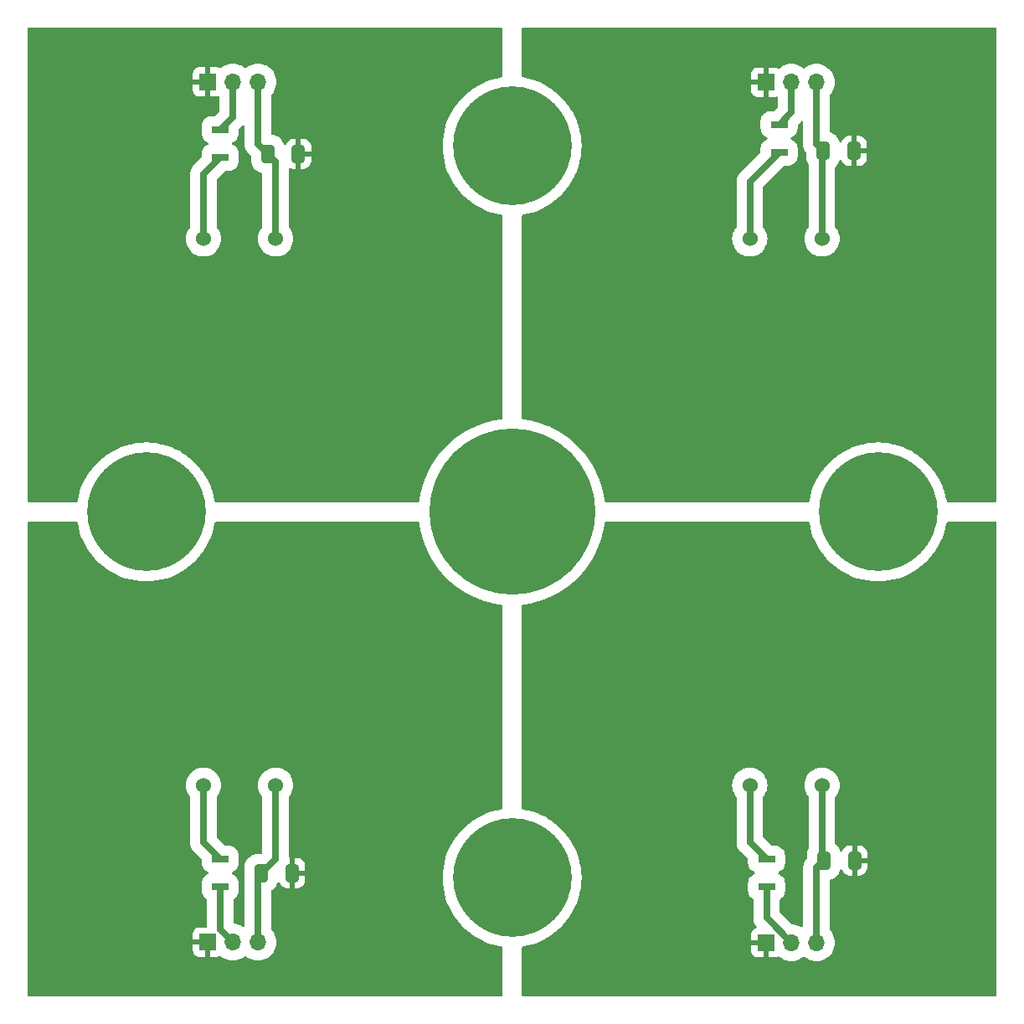
<source format=gbr>
%TF.GenerationSoftware,KiCad,Pcbnew,7.0.5-0*%
%TF.CreationDate,2023-07-05T09:30:56-04:00*%
%TF.ProjectId,quad_sipm,71756164-5f73-4697-906d-2e6b69636164,rev?*%
%TF.SameCoordinates,Original*%
%TF.FileFunction,Copper,L2,Bot*%
%TF.FilePolarity,Positive*%
%FSLAX46Y46*%
G04 Gerber Fmt 4.6, Leading zero omitted, Abs format (unit mm)*
G04 Created by KiCad (PCBNEW 7.0.5-0) date 2023-07-05 09:30:56*
%MOMM*%
%LPD*%
G01*
G04 APERTURE LIST*
G04 Aperture macros list*
%AMRoundRect*
0 Rectangle with rounded corners*
0 $1 Rounding radius*
0 $2 $3 $4 $5 $6 $7 $8 $9 X,Y pos of 4 corners*
0 Add a 4 corners polygon primitive as box body*
4,1,4,$2,$3,$4,$5,$6,$7,$8,$9,$2,$3,0*
0 Add four circle primitives for the rounded corners*
1,1,$1+$1,$2,$3*
1,1,$1+$1,$4,$5*
1,1,$1+$1,$6,$7*
1,1,$1+$1,$8,$9*
0 Add four rect primitives between the rounded corners*
20,1,$1+$1,$2,$3,$4,$5,0*
20,1,$1+$1,$4,$5,$6,$7,0*
20,1,$1+$1,$6,$7,$8,$9,0*
20,1,$1+$1,$8,$9,$2,$3,0*%
G04 Aperture macros list end*
%TA.AperFunction,ComponentPad*%
%ADD10C,16.800000*%
%TD*%
%TA.AperFunction,ComponentPad*%
%ADD11C,12.000000*%
%TD*%
%TA.AperFunction,ComponentPad*%
%ADD12C,1.524000*%
%TD*%
%TA.AperFunction,ComponentPad*%
%ADD13R,1.700000X1.700000*%
%TD*%
%TA.AperFunction,ComponentPad*%
%ADD14O,1.700000X1.700000*%
%TD*%
%TA.AperFunction,SMDPad,CuDef*%
%ADD15RoundRect,0.250000X0.412500X0.650000X-0.412500X0.650000X-0.412500X-0.650000X0.412500X-0.650000X0*%
%TD*%
%TA.AperFunction,SMDPad,CuDef*%
%ADD16R,1.699200X0.701600*%
%TD*%
%TA.AperFunction,Conductor*%
%ADD17C,0.635000*%
%TD*%
G04 APERTURE END LIST*
D10*
%TO.P,H2,1*%
%TO.N,N/C*%
X100000000Y-100000000D03*
%TD*%
D11*
%TO.P,H3,1*%
%TO.N,N/C*%
X100000000Y-137000000D03*
%TD*%
%TO.P,H4,1*%
%TO.N,N/C*%
X137000000Y-100000000D03*
%TD*%
%TO.P,H5,1*%
%TO.N,N/C*%
X63000000Y-100000000D03*
%TD*%
%TO.P,H1,1*%
%TO.N,N/C*%
X100000000Y-63000000D03*
%TD*%
D12*
%TO.P,D1,1,K*%
%TO.N,Net-(D1-K)*%
X131335000Y-127635000D03*
%TO.P,D1,2,A*%
%TO.N,Net-(D1-A)*%
X124035000Y-127635000D03*
%TD*%
%TO.P,D2,1,K*%
%TO.N,Net-(D2-K)*%
X76090000Y-127635000D03*
%TO.P,D2,2,A*%
%TO.N,Net-(D2-A)*%
X68790000Y-127635000D03*
%TD*%
%TO.P,D4,1,K*%
%TO.N,Net-(D4-K)*%
X76090000Y-72390000D03*
%TO.P,D4,2,A*%
%TO.N,Net-(D4-A)*%
X68790000Y-72390000D03*
%TD*%
%TO.P,D3,1,K*%
%TO.N,Net-(D3-K)*%
X131335000Y-72390000D03*
%TO.P,D3,2,A*%
%TO.N,Net-(D3-A)*%
X124035000Y-72390000D03*
%TD*%
D13*
%TO.P,J1,1,Pin_1*%
%TO.N,Net-(J1-Pin_1)*%
X125685000Y-143555000D03*
D14*
%TO.P,J1,2,Pin_2*%
%TO.N,Net-(J1-Pin_2)*%
X128225000Y-143555000D03*
%TO.P,J1,3,Pin_3*%
%TO.N,Net-(D1-K)*%
X130765000Y-143555000D03*
%TD*%
D15*
%TO.P,C4,1*%
%TO.N,Net-(J4-Pin_1)*%
X78397500Y-63792500D03*
%TO.P,C4,2*%
%TO.N,Net-(D4-K)*%
X75272500Y-63792500D03*
%TD*%
D13*
%TO.P,J3,1,Pin_1*%
%TO.N,Net-(J3-Pin_1)*%
X125685000Y-56560000D03*
D14*
%TO.P,J3,2,Pin_2*%
%TO.N,Net-(J3-Pin_2)*%
X128225000Y-56560000D03*
%TO.P,J3,3,Pin_3*%
%TO.N,Net-(D3-K)*%
X130765000Y-56560000D03*
%TD*%
D13*
%TO.P,J4,1,Pin_1*%
%TO.N,Net-(J4-Pin_1)*%
X69215000Y-56515000D03*
D14*
%TO.P,J4,2,Pin_2*%
%TO.N,Net-(J4-Pin_2)*%
X71755000Y-56515000D03*
%TO.P,J4,3,Pin_3*%
%TO.N,Net-(D4-K)*%
X74295000Y-56515000D03*
%TD*%
D15*
%TO.P,C3,1*%
%TO.N,Net-(J3-Pin_1)*%
X134570000Y-63500000D03*
%TO.P,C3,2*%
%TO.N,Net-(D3-K)*%
X131445000Y-63500000D03*
%TD*%
D13*
%TO.P,J2,1,Pin_1*%
%TO.N,Net-(J2-Pin_1)*%
X69215000Y-143510000D03*
D14*
%TO.P,J2,2,Pin_2*%
%TO.N,Net-(J2-Pin_2)*%
X71755000Y-143510000D03*
%TO.P,J2,3,Pin_3*%
%TO.N,Net-(D2-K)*%
X74295000Y-143510000D03*
%TD*%
D15*
%TO.P,C1,1*%
%TO.N,Net-(J1-Pin_1)*%
X134620000Y-135255000D03*
%TO.P,C1,2*%
%TO.N,Net-(D1-K)*%
X131495000Y-135255000D03*
%TD*%
%TO.P,C2,1*%
%TO.N,Net-(J2-Pin_1)*%
X77762500Y-136525000D03*
%TO.P,C2,2*%
%TO.N,Net-(D2-K)*%
X74637500Y-136525000D03*
%TD*%
D16*
%TO.P,R3,1*%
%TO.N,Net-(J3-Pin_2)*%
X127000000Y-60829200D03*
%TO.P,R3,2*%
%TO.N,Net-(D3-A)*%
X127000000Y-63630800D03*
%TD*%
%TO.P,R4,1*%
%TO.N,Net-(D4-A)*%
X70485000Y-64135000D03*
%TO.P,R4,2*%
%TO.N,Net-(J4-Pin_2)*%
X70485000Y-61333400D03*
%TD*%
%TO.P,R2,1*%
%TO.N,Net-(D2-A)*%
X70485000Y-135124200D03*
%TO.P,R2,2*%
%TO.N,Net-(J2-Pin_2)*%
X70485000Y-137925800D03*
%TD*%
%TO.P,R1,1*%
%TO.N,Net-(D1-A)*%
X125730000Y-135124200D03*
%TO.P,R1,2*%
%TO.N,Net-(J1-Pin_2)*%
X125730000Y-137925800D03*
%TD*%
D17*
%TO.N,Net-(J2-Pin_2)*%
X70485000Y-137925800D02*
X70485000Y-142240000D01*
X70485000Y-142240000D02*
X71755000Y-143510000D01*
%TO.N,Net-(J3-Pin_2)*%
X128225000Y-59604200D02*
X127000000Y-60829200D01*
X128225000Y-56560000D02*
X128225000Y-59604200D01*
%TO.N,Net-(J4-Pin_2)*%
X71755000Y-56515000D02*
X71755000Y-60063400D01*
X71755000Y-60063400D02*
X70485000Y-61333400D01*
%TO.N,Net-(J1-Pin_2)*%
X125730000Y-137925800D02*
X125730000Y-141060000D01*
X125730000Y-141060000D02*
X128225000Y-143555000D01*
%TO.N,Net-(D1-K)*%
X131495000Y-135255000D02*
X130765000Y-135985000D01*
X131335000Y-127635000D02*
X131335000Y-135095000D01*
X130765000Y-135985000D02*
X130765000Y-143555000D01*
X131335000Y-135095000D02*
X131495000Y-135255000D01*
%TO.N,Net-(D2-K)*%
X76090000Y-135072500D02*
X74637500Y-136525000D01*
X76090000Y-127635000D02*
X76090000Y-135072500D01*
X74295000Y-136867500D02*
X74295000Y-143510000D01*
X74637500Y-136525000D02*
X74295000Y-136867500D01*
%TO.N,Net-(D3-K)*%
X130765000Y-62820000D02*
X131445000Y-63500000D01*
X131335000Y-72390000D02*
X131335000Y-63610000D01*
X130765000Y-56560000D02*
X130765000Y-62820000D01*
X131335000Y-63610000D02*
X131445000Y-63500000D01*
%TO.N,Net-(D4-K)*%
X74295000Y-56515000D02*
X74295000Y-62815000D01*
X76090000Y-72390000D02*
X76090000Y-64610000D01*
X76090000Y-64610000D02*
X75272500Y-63792500D01*
X74295000Y-62815000D02*
X75272500Y-63792500D01*
%TO.N,Net-(D1-A)*%
X124035000Y-133429200D02*
X125730000Y-135124200D01*
X124035000Y-127635000D02*
X124035000Y-133429200D01*
%TO.N,Net-(D2-A)*%
X68790000Y-133429200D02*
X70485000Y-135124200D01*
X68790000Y-127635000D02*
X68790000Y-133429200D01*
%TO.N,Net-(D3-A)*%
X124035000Y-66595800D02*
X127000000Y-63630800D01*
X124035000Y-72390000D02*
X124035000Y-66595800D01*
%TO.N,Net-(D4-A)*%
X68790000Y-65830000D02*
X70485000Y-64135000D01*
X68790000Y-72390000D02*
X68790000Y-65830000D01*
%TD*%
%TA.AperFunction,Conductor*%
%TO.N,Net-(J3-Pin_1)*%
G36*
X148942121Y-51020002D02*
G01*
X148988614Y-51073658D01*
X149000000Y-51126000D01*
X149000000Y-98874000D01*
X148979998Y-98942121D01*
X148926342Y-98988614D01*
X148874000Y-99000000D01*
X144056178Y-99000000D01*
X143988057Y-98979998D01*
X143941564Y-98926342D01*
X143932375Y-98897425D01*
X143897659Y-98713953D01*
X143845369Y-98437589D01*
X143709468Y-97930403D01*
X143580392Y-97561525D01*
X143536049Y-97434799D01*
X143536048Y-97434798D01*
X143536046Y-97434791D01*
X143326072Y-96953524D01*
X143326069Y-96953519D01*
X143326062Y-96953503D01*
X143171250Y-96660588D01*
X143080719Y-96489295D01*
X143080709Y-96489279D01*
X142801366Y-96044706D01*
X142801354Y-96044689D01*
X142489561Y-95622224D01*
X142489548Y-95622208D01*
X142147067Y-95224239D01*
X142147058Y-95224228D01*
X142147045Y-95224215D01*
X142147034Y-95224203D01*
X141775796Y-94852965D01*
X141775784Y-94852954D01*
X141775772Y-94852942D01*
X141674361Y-94765671D01*
X141377791Y-94510451D01*
X141377775Y-94510438D01*
X140955310Y-94198645D01*
X140955293Y-94198633D01*
X140510720Y-93919290D01*
X140510712Y-93919285D01*
X140510705Y-93919281D01*
X140465089Y-93895172D01*
X140046496Y-93673937D01*
X140046470Y-93673925D01*
X139862513Y-93593666D01*
X139565209Y-93463954D01*
X139565202Y-93463951D01*
X139565200Y-93463950D01*
X139069605Y-93290534D01*
X138562412Y-93154631D01*
X138046487Y-93057013D01*
X137524711Y-92998222D01*
X137000000Y-92978590D01*
X136475288Y-92998222D01*
X135953512Y-93057013D01*
X135437587Y-93154631D01*
X134930394Y-93290534D01*
X134434799Y-93463950D01*
X134434796Y-93463952D01*
X133953529Y-93673925D01*
X133953503Y-93673937D01*
X133489300Y-93919278D01*
X133489279Y-93919290D01*
X133044706Y-94198633D01*
X133044689Y-94198645D01*
X132622224Y-94510438D01*
X132622208Y-94510451D01*
X132224239Y-94852932D01*
X132224203Y-94852965D01*
X131852965Y-95224203D01*
X131852932Y-95224239D01*
X131510451Y-95622208D01*
X131510438Y-95622224D01*
X131198645Y-96044689D01*
X131198633Y-96044706D01*
X130919290Y-96489279D01*
X130919278Y-96489300D01*
X130673937Y-96953503D01*
X130673925Y-96953529D01*
X130463952Y-97434796D01*
X130463950Y-97434799D01*
X130290534Y-97930394D01*
X130154631Y-98437587D01*
X130067625Y-98897425D01*
X130035308Y-98960639D01*
X129973944Y-98996347D01*
X129943822Y-99000000D01*
X109477770Y-99000000D01*
X109409649Y-98979998D01*
X109363156Y-98926342D01*
X109352377Y-98886350D01*
X109340942Y-98770251D01*
X109340941Y-98770249D01*
X109340941Y-98770242D01*
X109240512Y-98161948D01*
X109186523Y-97930403D01*
X109100512Y-97561520D01*
X108921547Y-96971555D01*
X108921545Y-96971547D01*
X108740040Y-96489300D01*
X108704372Y-96394531D01*
X108449926Y-95832958D01*
X108159296Y-95289228D01*
X107833728Y-94765671D01*
X107474613Y-94264527D01*
X107083492Y-93787944D01*
X106662038Y-93337962D01*
X106212056Y-92916508D01*
X105735473Y-92525387D01*
X105234329Y-92166272D01*
X104710772Y-91840704D01*
X104710771Y-91840703D01*
X104167054Y-91550080D01*
X104167037Y-91550071D01*
X103754548Y-91363174D01*
X103605469Y-91295628D01*
X103605464Y-91295626D01*
X103028452Y-91078454D01*
X103028444Y-91078452D01*
X102438479Y-90899487D01*
X101838066Y-90759490D01*
X101229760Y-90659059D01*
X101113649Y-90647622D01*
X101047817Y-90621039D01*
X101006807Y-90563084D01*
X101000000Y-90522229D01*
X101000000Y-72390000D01*
X122251513Y-72390000D01*
X122271433Y-72655815D01*
X122271434Y-72655819D01*
X122330746Y-72915687D01*
X122428130Y-73163819D01*
X122428132Y-73163823D01*
X122561411Y-73394670D01*
X122561413Y-73394673D01*
X122561414Y-73394674D01*
X122727612Y-73603079D01*
X122923014Y-73784386D01*
X122923020Y-73784390D01*
X123143247Y-73934539D01*
X123143254Y-73934543D01*
X123143257Y-73934545D01*
X123281711Y-74001220D01*
X123383414Y-74050199D01*
X123383427Y-74050204D01*
X123638126Y-74128768D01*
X123638128Y-74128768D01*
X123638137Y-74128771D01*
X123901720Y-74168500D01*
X123901725Y-74168500D01*
X124168275Y-74168500D01*
X124168280Y-74168500D01*
X124431863Y-74128771D01*
X124431873Y-74128768D01*
X124686572Y-74050204D01*
X124686574Y-74050202D01*
X124686581Y-74050201D01*
X124686586Y-74050198D01*
X124686590Y-74050197D01*
X124926738Y-73934548D01*
X124926738Y-73934547D01*
X124926744Y-73934545D01*
X125146986Y-73784386D01*
X125342388Y-73603079D01*
X125508586Y-73394674D01*
X125641866Y-73163826D01*
X125739252Y-72915692D01*
X125798567Y-72655815D01*
X125818487Y-72390000D01*
X125798567Y-72124185D01*
X125739252Y-71864308D01*
X125693577Y-71747931D01*
X125641869Y-71616180D01*
X125641867Y-71616176D01*
X125508588Y-71385329D01*
X125396489Y-71244761D01*
X125369655Y-71179031D01*
X125369000Y-71166201D01*
X125369000Y-67200551D01*
X125389002Y-67132430D01*
X125405905Y-67111456D01*
X127482356Y-65035005D01*
X127544668Y-65000979D01*
X127571451Y-64998100D01*
X127899525Y-64998100D01*
X127899534Y-64998100D01*
X127996779Y-64988522D01*
X128048860Y-64983393D01*
X128048863Y-64983393D01*
X128048864Y-64983392D01*
X128048869Y-64983392D01*
X128240480Y-64925267D01*
X128417069Y-64830878D01*
X128571852Y-64703852D01*
X128698878Y-64549069D01*
X128793267Y-64372480D01*
X128851392Y-64180869D01*
X128866100Y-64031534D01*
X128866100Y-63230066D01*
X128851393Y-63080739D01*
X128851393Y-63080736D01*
X128851392Y-63080733D01*
X128851392Y-63080731D01*
X128793267Y-62889120D01*
X128698878Y-62712531D01*
X128571852Y-62557748D01*
X128417069Y-62430722D01*
X128417067Y-62430721D01*
X128417066Y-62430720D01*
X128294744Y-62365338D01*
X128249438Y-62341121D01*
X128198791Y-62291370D01*
X128183081Y-62222133D01*
X128207297Y-62155394D01*
X128249438Y-62118878D01*
X128417069Y-62029278D01*
X128571852Y-61902252D01*
X128698878Y-61747469D01*
X128793267Y-61570880D01*
X128851392Y-61379269D01*
X128866100Y-61229934D01*
X128866100Y-60901851D01*
X128886102Y-60833730D01*
X128903005Y-60812756D01*
X129215905Y-60499856D01*
X129278217Y-60465830D01*
X129349032Y-60470895D01*
X129405868Y-60513442D01*
X129430679Y-60579962D01*
X129431000Y-60588951D01*
X129431000Y-62936710D01*
X129440673Y-62991578D01*
X129441391Y-62997027D01*
X129446247Y-63052532D01*
X129460667Y-63106348D01*
X129461857Y-63111714D01*
X129471533Y-63166583D01*
X129490584Y-63218928D01*
X129492237Y-63224170D01*
X129506658Y-63277990D01*
X129506664Y-63278005D01*
X129530203Y-63328485D01*
X129532307Y-63333564D01*
X129551365Y-63385926D01*
X129579227Y-63434184D01*
X129581765Y-63439060D01*
X129605309Y-63489548D01*
X129605311Y-63489550D01*
X129605312Y-63489553D01*
X129620419Y-63511128D01*
X129637262Y-63535182D01*
X129640212Y-63539811D01*
X129668076Y-63588073D01*
X129668077Y-63588074D01*
X129703887Y-63630750D01*
X129707235Y-63635113D01*
X129742349Y-63685261D01*
X129740456Y-63686586D01*
X129764980Y-63742559D01*
X129766000Y-63758560D01*
X129766000Y-64215042D01*
X129776537Y-64348925D01*
X129776537Y-64348928D01*
X129776538Y-64348929D01*
X129832239Y-64569985D01*
X129832242Y-64569994D01*
X129926518Y-64777550D01*
X129926519Y-64777551D01*
X129978572Y-64852687D01*
X130000923Y-64920074D01*
X130000999Y-64924441D01*
X130001000Y-71166201D01*
X129980998Y-71234322D01*
X129973511Y-71244761D01*
X129861411Y-71385329D01*
X129728132Y-71616176D01*
X129728130Y-71616180D01*
X129630746Y-71864312D01*
X129571434Y-72124180D01*
X129571433Y-72124185D01*
X129551513Y-72390000D01*
X129571433Y-72655815D01*
X129571434Y-72655819D01*
X129630746Y-72915687D01*
X129728130Y-73163819D01*
X129728132Y-73163823D01*
X129861411Y-73394670D01*
X129861413Y-73394673D01*
X129861414Y-73394674D01*
X130027612Y-73603079D01*
X130223014Y-73784386D01*
X130223020Y-73784390D01*
X130443247Y-73934539D01*
X130443254Y-73934543D01*
X130443257Y-73934545D01*
X130581711Y-74001220D01*
X130683414Y-74050199D01*
X130683427Y-74050204D01*
X130938126Y-74128768D01*
X130938128Y-74128768D01*
X130938137Y-74128771D01*
X131201720Y-74168500D01*
X131201725Y-74168500D01*
X131468275Y-74168500D01*
X131468280Y-74168500D01*
X131731863Y-74128771D01*
X131731873Y-74128768D01*
X131986572Y-74050204D01*
X131986574Y-74050202D01*
X131986581Y-74050201D01*
X131986586Y-74050198D01*
X131986590Y-74050197D01*
X132226738Y-73934548D01*
X132226738Y-73934547D01*
X132226744Y-73934545D01*
X132446986Y-73784386D01*
X132642388Y-73603079D01*
X132808586Y-73394674D01*
X132941866Y-73163826D01*
X133039252Y-72915692D01*
X133098567Y-72655815D01*
X133118487Y-72390000D01*
X133098567Y-72124185D01*
X133039252Y-71864308D01*
X132993577Y-71747931D01*
X132941869Y-71616180D01*
X132941867Y-71616176D01*
X132808588Y-71385329D01*
X132808586Y-71385326D01*
X132696486Y-71244758D01*
X132669654Y-71179031D01*
X132668999Y-71166220D01*
X132668999Y-65181792D01*
X132689001Y-65113672D01*
X132705899Y-65092702D01*
X132833652Y-64964950D01*
X132963479Y-64777554D01*
X133057760Y-64569989D01*
X133082806Y-64470589D01*
X133118845Y-64409423D01*
X133182234Y-64377449D01*
X133252847Y-64384822D01*
X133308264Y-64429200D01*
X133323958Y-64462893D01*
X133324363Y-64462738D01*
X133326595Y-64468555D01*
X133326690Y-64468757D01*
X133326728Y-64468899D01*
X133411187Y-64634658D01*
X133411188Y-64634661D01*
X133528263Y-64779236D01*
X133672838Y-64896311D01*
X133672841Y-64896312D01*
X133838597Y-64980769D01*
X134018289Y-65028917D01*
X134095561Y-65035000D01*
X134316000Y-65035000D01*
X134316000Y-63754000D01*
X134824000Y-63754000D01*
X134824000Y-65035000D01*
X135044439Y-65035000D01*
X135121710Y-65028917D01*
X135301402Y-64980769D01*
X135467158Y-64896312D01*
X135467161Y-64896311D01*
X135611736Y-64779236D01*
X135728811Y-64634661D01*
X135728812Y-64634658D01*
X135813269Y-64468902D01*
X135861417Y-64289210D01*
X135867500Y-64211938D01*
X135867500Y-63754000D01*
X134824000Y-63754000D01*
X134316000Y-63754000D01*
X134316000Y-61965000D01*
X134824000Y-61965000D01*
X134824000Y-63246000D01*
X135867500Y-63246000D01*
X135867500Y-62788061D01*
X135861417Y-62710789D01*
X135813269Y-62531097D01*
X135728812Y-62365341D01*
X135728811Y-62365338D01*
X135611736Y-62220763D01*
X135467161Y-62103688D01*
X135467158Y-62103687D01*
X135301402Y-62019230D01*
X135121710Y-61971082D01*
X135044439Y-61965000D01*
X134824000Y-61965000D01*
X134316000Y-61965000D01*
X134095561Y-61965000D01*
X134018289Y-61971082D01*
X133838597Y-62019230D01*
X133672841Y-62103687D01*
X133672838Y-62103688D01*
X133528263Y-62220763D01*
X133411188Y-62365338D01*
X133411187Y-62365341D01*
X133326728Y-62531100D01*
X133326689Y-62531247D01*
X133326642Y-62531322D01*
X133324363Y-62537262D01*
X133323276Y-62536844D01*
X133289730Y-62591865D01*
X133225866Y-62622879D01*
X133155372Y-62614442D01*
X133100631Y-62569232D01*
X133082805Y-62529407D01*
X133069168Y-62475288D01*
X133057760Y-62430011D01*
X132963479Y-62222446D01*
X132833652Y-62035050D01*
X132833650Y-62035048D01*
X132833642Y-62035039D01*
X132672460Y-61873857D01*
X132672451Y-61873849D01*
X132672450Y-61873848D01*
X132485054Y-61744021D01*
X132277489Y-61649740D01*
X132194211Y-61628755D01*
X132133043Y-61592715D01*
X132101070Y-61529325D01*
X132099000Y-61506585D01*
X132099000Y-57917816D01*
X132119001Y-57849699D01*
X132135898Y-57828730D01*
X132179210Y-57785420D01*
X132339211Y-57571684D01*
X132467165Y-57337353D01*
X132560468Y-57087197D01*
X132617221Y-56826309D01*
X132636268Y-56560000D01*
X132617221Y-56293691D01*
X132568043Y-56067625D01*
X132560470Y-56032811D01*
X132560470Y-56032810D01*
X132560468Y-56032806D01*
X132560468Y-56032803D01*
X132467165Y-55782647D01*
X132339211Y-55548316D01*
X132179210Y-55334580D01*
X131990420Y-55145790D01*
X131990417Y-55145788D01*
X131990414Y-55145785D01*
X131895856Y-55075000D01*
X131776684Y-54985789D01*
X131648728Y-54915920D01*
X131542352Y-54857834D01*
X131292189Y-54764529D01*
X131031311Y-54707779D01*
X131031313Y-54707779D01*
X130818261Y-54692541D01*
X130765000Y-54688732D01*
X130764999Y-54688732D01*
X130498687Y-54707779D01*
X130237811Y-54764529D01*
X130237810Y-54764529D01*
X129987647Y-54857834D01*
X129753316Y-54985789D01*
X129570509Y-55122636D01*
X129503988Y-55147447D01*
X129434614Y-55132355D01*
X129419491Y-55122636D01*
X129324673Y-55051657D01*
X129236684Y-54985789D01*
X129108728Y-54915920D01*
X129002352Y-54857834D01*
X128752189Y-54764529D01*
X128491311Y-54707779D01*
X128491313Y-54707779D01*
X128278261Y-54692541D01*
X128225000Y-54688732D01*
X128224999Y-54688732D01*
X127958687Y-54707779D01*
X127697811Y-54764529D01*
X127697810Y-54764529D01*
X127447647Y-54857834D01*
X127213316Y-54985789D01*
X126999580Y-55145790D01*
X126998700Y-55146553D01*
X126998345Y-55146715D01*
X126995978Y-55148487D01*
X126995592Y-55147971D01*
X126934116Y-55176039D01*
X126863843Y-55165927D01*
X126852059Y-55159772D01*
X126789197Y-55122595D01*
X126635130Y-55077834D01*
X126635117Y-55077832D01*
X126599136Y-55075000D01*
X125939000Y-55075000D01*
X125939000Y-56126325D01*
X125827315Y-56075320D01*
X125720763Y-56060000D01*
X125649237Y-56060000D01*
X125542685Y-56075320D01*
X125431000Y-56126325D01*
X125431000Y-55075000D01*
X124770864Y-55075000D01*
X124734882Y-55077832D01*
X124734869Y-55077834D01*
X124580802Y-55122595D01*
X124442714Y-55204261D01*
X124442707Y-55204266D01*
X124329266Y-55317707D01*
X124329261Y-55317714D01*
X124247595Y-55455802D01*
X124202834Y-55609869D01*
X124202832Y-55609882D01*
X124200000Y-55645863D01*
X124200000Y-56306000D01*
X125253884Y-56306000D01*
X125225507Y-56350156D01*
X125185000Y-56488111D01*
X125185000Y-56631889D01*
X125225507Y-56769844D01*
X125253884Y-56814000D01*
X124200000Y-56814000D01*
X124200000Y-57474136D01*
X124202832Y-57510117D01*
X124202834Y-57510130D01*
X124247595Y-57664197D01*
X124329261Y-57802285D01*
X124329266Y-57802292D01*
X124442707Y-57915733D01*
X124442714Y-57915738D01*
X124580802Y-57997404D01*
X124734869Y-58042165D01*
X124734882Y-58042167D01*
X124770863Y-58044999D01*
X124770865Y-58045000D01*
X125431000Y-58045000D01*
X125431000Y-56993674D01*
X125542685Y-57044680D01*
X125649237Y-57060000D01*
X125720763Y-57060000D01*
X125827315Y-57044680D01*
X125939000Y-56993674D01*
X125939000Y-58045000D01*
X126599135Y-58045000D01*
X126599136Y-58044999D01*
X126635117Y-58042167D01*
X126635127Y-58042165D01*
X126729845Y-58014647D01*
X126800841Y-58014849D01*
X126860458Y-58053403D01*
X126889767Y-58118067D01*
X126890999Y-58135644D01*
X126891000Y-58999449D01*
X126870998Y-59067570D01*
X126854095Y-59088544D01*
X126517644Y-59424995D01*
X126455332Y-59459021D01*
X126428549Y-59461900D01*
X126100457Y-59461900D01*
X125951139Y-59476606D01*
X125951136Y-59476606D01*
X125759522Y-59534732D01*
X125759516Y-59534734D01*
X125582933Y-59629120D01*
X125428148Y-59756148D01*
X125301120Y-59910933D01*
X125206734Y-60087516D01*
X125206732Y-60087522D01*
X125148606Y-60279136D01*
X125148606Y-60279139D01*
X125133900Y-60428457D01*
X125133900Y-61229942D01*
X125148606Y-61379260D01*
X125148606Y-61379263D01*
X125206732Y-61570877D01*
X125206734Y-61570883D01*
X125248885Y-61649741D01*
X125301122Y-61747469D01*
X125428148Y-61902252D01*
X125582931Y-62029278D01*
X125582933Y-62029279D01*
X125750560Y-62118878D01*
X125801208Y-62168630D01*
X125816918Y-62237867D01*
X125792702Y-62304606D01*
X125750560Y-62341122D01*
X125582933Y-62430720D01*
X125428148Y-62557748D01*
X125301120Y-62712533D01*
X125206734Y-62889116D01*
X125206732Y-62889122D01*
X125148606Y-63080736D01*
X125148606Y-63080739D01*
X125133900Y-63230057D01*
X125133899Y-63230075D01*
X125133899Y-63558148D01*
X125113897Y-63626269D01*
X125096994Y-63647243D01*
X123156523Y-65587714D01*
X123156521Y-65587717D01*
X123009200Y-65735037D01*
X123009191Y-65735047D01*
X122977237Y-65780682D01*
X122973891Y-65785043D01*
X122938076Y-65827726D01*
X122910215Y-65875981D01*
X122907262Y-65880617D01*
X122875309Y-65926250D01*
X122851765Y-65976739D01*
X122849228Y-65981613D01*
X122821365Y-66029874D01*
X122802308Y-66082233D01*
X122800204Y-66087311D01*
X122776660Y-66137800D01*
X122776659Y-66137803D01*
X122762240Y-66191618D01*
X122760588Y-66196859D01*
X122741533Y-66249216D01*
X122731857Y-66304084D01*
X122730667Y-66309449D01*
X122716247Y-66363266D01*
X122711391Y-66418771D01*
X122710674Y-66424220D01*
X122701000Y-66479089D01*
X122701000Y-71166201D01*
X122680998Y-71234322D01*
X122673511Y-71244761D01*
X122561411Y-71385329D01*
X122428132Y-71616176D01*
X122428130Y-71616180D01*
X122330746Y-71864312D01*
X122271434Y-72124180D01*
X122271433Y-72124185D01*
X122251513Y-72390000D01*
X101000000Y-72390000D01*
X101000000Y-70056178D01*
X101020002Y-69988057D01*
X101073658Y-69941564D01*
X101102575Y-69932375D01*
X101257671Y-69903028D01*
X101562411Y-69845369D01*
X102069597Y-69709468D01*
X102565209Y-69536046D01*
X103046476Y-69326072D01*
X103046487Y-69326065D01*
X103046496Y-69326062D01*
X103198527Y-69245710D01*
X103510705Y-69080719D01*
X103955301Y-68801361D01*
X104377778Y-68489559D01*
X104775772Y-68147058D01*
X105147058Y-67775772D01*
X105489559Y-67377778D01*
X105801361Y-66955301D01*
X106080719Y-66510705D01*
X106304490Y-66087311D01*
X106326062Y-66046496D01*
X106326065Y-66046487D01*
X106326072Y-66046476D01*
X106536046Y-65565209D01*
X106709468Y-65069597D01*
X106845369Y-64562411D01*
X106942987Y-64046487D01*
X107001777Y-63524711D01*
X107021410Y-63000000D01*
X107001777Y-62475289D01*
X106942987Y-61953513D01*
X106845369Y-61437589D01*
X106709468Y-60930403D01*
X106589989Y-60588951D01*
X106536049Y-60434799D01*
X106536048Y-60434798D01*
X106536046Y-60434791D01*
X106326072Y-59953524D01*
X106326069Y-59953519D01*
X106326062Y-59953503D01*
X106104734Y-59534734D01*
X106080719Y-59489295D01*
X105805722Y-59051639D01*
X105801366Y-59044706D01*
X105801354Y-59044689D01*
X105489561Y-58622224D01*
X105489548Y-58622208D01*
X105147067Y-58224239D01*
X105147058Y-58224228D01*
X105147045Y-58224215D01*
X105147034Y-58224203D01*
X104775796Y-57852965D01*
X104775784Y-57852954D01*
X104775772Y-57852942D01*
X104689864Y-57779012D01*
X104377791Y-57510451D01*
X104377775Y-57510438D01*
X103955310Y-57198645D01*
X103955293Y-57198633D01*
X103510720Y-56919290D01*
X103510712Y-56919285D01*
X103510705Y-56919281D01*
X103456813Y-56890798D01*
X103046496Y-56673937D01*
X103046470Y-56673925D01*
X102785347Y-56559999D01*
X102565209Y-56463954D01*
X102565202Y-56463951D01*
X102565200Y-56463950D01*
X102069605Y-56290534D01*
X101562412Y-56154631D01*
X101102575Y-56067625D01*
X101039361Y-56035308D01*
X101003653Y-55973944D01*
X101000000Y-55943822D01*
X101000000Y-51126000D01*
X101020002Y-51057879D01*
X101073658Y-51011386D01*
X101126000Y-51000000D01*
X148874000Y-51000000D01*
X148942121Y-51020002D01*
G37*
%TD.AperFunction*%
%TD*%
%TA.AperFunction,Conductor*%
%TO.N,Net-(J4-Pin_1)*%
G36*
X98942121Y-51020002D02*
G01*
X98988614Y-51073658D01*
X99000000Y-51126000D01*
X99000000Y-55943822D01*
X98979998Y-56011943D01*
X98926342Y-56058436D01*
X98897425Y-56067625D01*
X98437587Y-56154631D01*
X97930394Y-56290534D01*
X97434799Y-56463950D01*
X97434796Y-56463952D01*
X96953529Y-56673925D01*
X96953503Y-56673937D01*
X96489300Y-56919278D01*
X96489279Y-56919290D01*
X96044706Y-57198633D01*
X96044689Y-57198645D01*
X95622224Y-57510438D01*
X95622208Y-57510451D01*
X95224239Y-57852932D01*
X95224203Y-57852965D01*
X94852965Y-58224203D01*
X94852932Y-58224239D01*
X94510451Y-58622208D01*
X94510438Y-58622224D01*
X94198645Y-59044689D01*
X94198633Y-59044706D01*
X93919290Y-59489279D01*
X93919278Y-59489300D01*
X93673937Y-59953503D01*
X93673925Y-59953529D01*
X93463952Y-60434796D01*
X93463950Y-60434799D01*
X93290534Y-60930394D01*
X93154631Y-61437587D01*
X93057013Y-61953512D01*
X92998222Y-62475288D01*
X92978590Y-62999999D01*
X92998222Y-63524711D01*
X93057013Y-64046487D01*
X93154631Y-64562412D01*
X93290534Y-65069605D01*
X93463950Y-65565200D01*
X93463951Y-65565202D01*
X93463954Y-65565209D01*
X93528561Y-65713290D01*
X93673925Y-66046470D01*
X93673937Y-66046496D01*
X93919278Y-66510699D01*
X93919290Y-66510720D01*
X94198633Y-66955293D01*
X94198645Y-66955310D01*
X94510438Y-67377775D01*
X94510451Y-67377791D01*
X94779012Y-67689864D01*
X94852942Y-67775772D01*
X94852954Y-67775784D01*
X94852965Y-67775796D01*
X95224203Y-68147034D01*
X95224215Y-68147045D01*
X95224228Y-68147058D01*
X95346780Y-68252522D01*
X95622208Y-68489548D01*
X95622224Y-68489561D01*
X96044689Y-68801354D01*
X96044706Y-68801366D01*
X96489279Y-69080709D01*
X96489295Y-69080719D01*
X96660588Y-69171250D01*
X96953503Y-69326062D01*
X96953519Y-69326069D01*
X96953524Y-69326072D01*
X97434791Y-69536046D01*
X97434798Y-69536048D01*
X97434799Y-69536049D01*
X97930394Y-69709465D01*
X97930403Y-69709468D01*
X98437589Y-69845369D01*
X98713953Y-69897659D01*
X98897425Y-69932375D01*
X98960639Y-69964692D01*
X98996347Y-70026056D01*
X99000000Y-70056178D01*
X99000000Y-90522229D01*
X98979998Y-90590350D01*
X98926342Y-90636843D01*
X98886351Y-90647622D01*
X98770239Y-90659059D01*
X98161933Y-90759490D01*
X97561520Y-90899487D01*
X96971555Y-91078452D01*
X96971547Y-91078454D01*
X96394535Y-91295626D01*
X95832962Y-91550071D01*
X95832945Y-91550080D01*
X95289227Y-91840704D01*
X94765671Y-92166272D01*
X94765667Y-92166274D01*
X94264529Y-92525385D01*
X94264528Y-92525386D01*
X93787943Y-92916509D01*
X93337962Y-93337962D01*
X92916509Y-93787943D01*
X92525386Y-94264528D01*
X92525385Y-94264529D01*
X92166274Y-94765667D01*
X92166272Y-94765671D01*
X91840704Y-95289227D01*
X91550080Y-95832945D01*
X91550071Y-95832962D01*
X91295626Y-96394535D01*
X91078454Y-96971547D01*
X91078452Y-96971555D01*
X90899487Y-97561520D01*
X90759490Y-98161933D01*
X90659060Y-98770235D01*
X90659057Y-98770251D01*
X90647623Y-98886350D01*
X90621040Y-98952183D01*
X90563086Y-98993192D01*
X90522230Y-99000000D01*
X70056178Y-99000000D01*
X69988057Y-98979998D01*
X69941564Y-98926342D01*
X69932375Y-98897425D01*
X69897659Y-98713953D01*
X69845369Y-98437589D01*
X69709468Y-97930403D01*
X69580392Y-97561525D01*
X69536049Y-97434799D01*
X69536048Y-97434798D01*
X69536046Y-97434791D01*
X69326072Y-96953524D01*
X69326069Y-96953519D01*
X69326062Y-96953503D01*
X69171250Y-96660588D01*
X69080719Y-96489295D01*
X69080709Y-96489279D01*
X68801366Y-96044706D01*
X68801354Y-96044689D01*
X68489561Y-95622224D01*
X68489548Y-95622208D01*
X68147067Y-95224239D01*
X68147058Y-95224228D01*
X68147045Y-95224215D01*
X68147034Y-95224203D01*
X67775796Y-94852965D01*
X67775784Y-94852954D01*
X67775772Y-94852942D01*
X67674361Y-94765671D01*
X67377791Y-94510451D01*
X67377775Y-94510438D01*
X66955310Y-94198645D01*
X66955293Y-94198633D01*
X66510720Y-93919290D01*
X66510712Y-93919285D01*
X66510705Y-93919281D01*
X66465089Y-93895172D01*
X66046496Y-93673937D01*
X66046470Y-93673925D01*
X65862513Y-93593666D01*
X65565209Y-93463954D01*
X65565202Y-93463951D01*
X65565200Y-93463950D01*
X65069605Y-93290534D01*
X64562412Y-93154631D01*
X64046487Y-93057013D01*
X63524711Y-92998222D01*
X63018923Y-92979298D01*
X63000000Y-92978590D01*
X62999999Y-92978590D01*
X62475288Y-92998222D01*
X61953512Y-93057013D01*
X61437587Y-93154631D01*
X60930394Y-93290534D01*
X60434799Y-93463950D01*
X60434796Y-93463952D01*
X59953529Y-93673925D01*
X59953503Y-93673937D01*
X59489300Y-93919278D01*
X59489279Y-93919290D01*
X59044706Y-94198633D01*
X59044689Y-94198645D01*
X58622224Y-94510438D01*
X58622208Y-94510451D01*
X58224239Y-94852932D01*
X58224203Y-94852965D01*
X57852965Y-95224203D01*
X57852932Y-95224239D01*
X57510451Y-95622208D01*
X57510438Y-95622224D01*
X57198645Y-96044689D01*
X57198633Y-96044706D01*
X56919290Y-96489279D01*
X56919278Y-96489300D01*
X56673937Y-96953503D01*
X56673925Y-96953529D01*
X56463952Y-97434796D01*
X56463950Y-97434799D01*
X56290534Y-97930394D01*
X56154631Y-98437587D01*
X56067625Y-98897425D01*
X56035308Y-98960639D01*
X55973944Y-98996347D01*
X55943822Y-99000000D01*
X51126000Y-99000000D01*
X51057879Y-98979998D01*
X51011386Y-98926342D01*
X51000000Y-98874000D01*
X51000000Y-72390000D01*
X67006513Y-72390000D01*
X67026433Y-72655815D01*
X67026434Y-72655819D01*
X67085746Y-72915687D01*
X67183130Y-73163819D01*
X67183132Y-73163823D01*
X67316411Y-73394670D01*
X67316413Y-73394673D01*
X67316414Y-73394674D01*
X67482612Y-73603079D01*
X67678014Y-73784386D01*
X67678020Y-73784390D01*
X67898247Y-73934539D01*
X67898254Y-73934543D01*
X67898257Y-73934545D01*
X68036711Y-74001221D01*
X68138414Y-74050199D01*
X68138427Y-74050204D01*
X68393126Y-74128768D01*
X68393128Y-74128768D01*
X68393137Y-74128771D01*
X68656720Y-74168500D01*
X68656725Y-74168500D01*
X68923275Y-74168500D01*
X68923280Y-74168500D01*
X69186863Y-74128771D01*
X69186873Y-74128768D01*
X69441572Y-74050204D01*
X69441574Y-74050202D01*
X69441581Y-74050201D01*
X69441586Y-74050198D01*
X69441590Y-74050197D01*
X69681738Y-73934548D01*
X69681738Y-73934547D01*
X69681744Y-73934545D01*
X69901986Y-73784386D01*
X70097388Y-73603079D01*
X70263586Y-73394674D01*
X70396866Y-73163826D01*
X70494252Y-72915692D01*
X70553567Y-72655815D01*
X70573487Y-72390000D01*
X70553567Y-72124185D01*
X70494252Y-71864308D01*
X70448577Y-71747931D01*
X70396869Y-71616180D01*
X70396867Y-71616176D01*
X70263588Y-71385329D01*
X70151489Y-71244761D01*
X70124655Y-71179031D01*
X70124000Y-71166201D01*
X70124000Y-66434751D01*
X70144002Y-66366630D01*
X70160905Y-66345656D01*
X70967356Y-65539205D01*
X71029668Y-65505179D01*
X71056451Y-65502300D01*
X71384525Y-65502300D01*
X71384534Y-65502300D01*
X71481779Y-65492722D01*
X71533860Y-65487593D01*
X71533863Y-65487593D01*
X71533864Y-65487592D01*
X71533869Y-65487592D01*
X71725480Y-65429467D01*
X71902069Y-65335078D01*
X72056852Y-65208052D01*
X72183878Y-65053269D01*
X72278267Y-64876680D01*
X72336392Y-64685069D01*
X72340691Y-64641425D01*
X72348472Y-64562412D01*
X72351100Y-64535734D01*
X72351100Y-63734266D01*
X72340620Y-63627862D01*
X72336393Y-63584939D01*
X72336393Y-63584936D01*
X72336392Y-63584933D01*
X72336392Y-63584931D01*
X72278267Y-63393320D01*
X72183878Y-63216731D01*
X72056852Y-63061948D01*
X71902069Y-62934922D01*
X71902067Y-62934921D01*
X71902066Y-62934920D01*
X71765140Y-62861732D01*
X71734438Y-62845321D01*
X71683791Y-62795570D01*
X71668081Y-62726333D01*
X71692297Y-62659594D01*
X71734438Y-62623078D01*
X71902069Y-62533478D01*
X72056852Y-62406452D01*
X72183878Y-62251669D01*
X72278267Y-62075080D01*
X72336392Y-61883469D01*
X72351100Y-61734134D01*
X72351100Y-61406051D01*
X72371102Y-61337930D01*
X72388005Y-61316956D01*
X72745905Y-60959056D01*
X72808217Y-60925030D01*
X72879032Y-60930095D01*
X72935868Y-60972642D01*
X72960679Y-61039162D01*
X72961000Y-61048151D01*
X72961000Y-62931710D01*
X72970673Y-62986578D01*
X72971391Y-62992027D01*
X72976247Y-63047532D01*
X72990667Y-63101348D01*
X72991857Y-63106714D01*
X73001533Y-63161583D01*
X73020584Y-63213928D01*
X73022237Y-63219170D01*
X73036658Y-63272990D01*
X73036664Y-63273005D01*
X73060203Y-63323485D01*
X73062307Y-63328564D01*
X73081365Y-63380926D01*
X73109227Y-63429184D01*
X73111765Y-63434060D01*
X73135309Y-63484548D01*
X73135311Y-63484550D01*
X73135312Y-63484553D01*
X73150419Y-63506128D01*
X73167262Y-63530182D01*
X73170212Y-63534811D01*
X73198076Y-63583073D01*
X73198077Y-63583074D01*
X73233888Y-63625752D01*
X73237234Y-63630113D01*
X73269192Y-63675753D01*
X73269194Y-63675755D01*
X73328248Y-63734810D01*
X73328254Y-63734815D01*
X73556595Y-63963155D01*
X73590620Y-64025468D01*
X73593500Y-64052251D01*
X73593500Y-64507542D01*
X73604037Y-64641425D01*
X73604037Y-64641428D01*
X73604038Y-64641429D01*
X73659739Y-64862485D01*
X73659742Y-64862494D01*
X73754018Y-65070049D01*
X73754020Y-65070052D01*
X73754021Y-65070054D01*
X73853353Y-65213432D01*
X73883849Y-65257451D01*
X73883857Y-65257460D01*
X74045039Y-65418642D01*
X74045048Y-65418650D01*
X74045050Y-65418652D01*
X74232446Y-65548479D01*
X74440011Y-65642760D01*
X74660788Y-65698390D01*
X74721955Y-65734430D01*
X74753929Y-65797820D01*
X74756000Y-65820571D01*
X74756000Y-71166201D01*
X74735998Y-71234322D01*
X74728511Y-71244761D01*
X74616411Y-71385329D01*
X74483132Y-71616176D01*
X74483130Y-71616180D01*
X74385746Y-71864312D01*
X74326434Y-72124180D01*
X74326433Y-72124185D01*
X74306513Y-72390000D01*
X74326433Y-72655815D01*
X74326434Y-72655819D01*
X74385746Y-72915687D01*
X74483130Y-73163819D01*
X74483132Y-73163823D01*
X74616411Y-73394670D01*
X74616413Y-73394673D01*
X74616414Y-73394674D01*
X74782612Y-73603079D01*
X74978014Y-73784386D01*
X74978020Y-73784390D01*
X75198247Y-73934539D01*
X75198254Y-73934543D01*
X75198257Y-73934545D01*
X75336711Y-74001221D01*
X75438414Y-74050199D01*
X75438427Y-74050204D01*
X75693126Y-74128768D01*
X75693128Y-74128768D01*
X75693137Y-74128771D01*
X75956720Y-74168500D01*
X75956725Y-74168500D01*
X76223275Y-74168500D01*
X76223280Y-74168500D01*
X76486863Y-74128771D01*
X76486873Y-74128768D01*
X76741572Y-74050204D01*
X76741574Y-74050202D01*
X76741581Y-74050201D01*
X76741586Y-74050198D01*
X76741590Y-74050197D01*
X76981738Y-73934548D01*
X76981738Y-73934547D01*
X76981744Y-73934545D01*
X77201986Y-73784386D01*
X77397388Y-73603079D01*
X77563586Y-73394674D01*
X77696866Y-73163826D01*
X77794252Y-72915692D01*
X77853567Y-72655815D01*
X77873487Y-72390000D01*
X77853567Y-72124185D01*
X77794252Y-71864308D01*
X77748577Y-71747931D01*
X77696869Y-71616180D01*
X77696867Y-71616176D01*
X77563588Y-71385329D01*
X77451489Y-71244761D01*
X77424655Y-71179031D01*
X77424000Y-71166201D01*
X77424000Y-65355528D01*
X77444002Y-65287407D01*
X77497658Y-65240914D01*
X77567932Y-65230810D01*
X77607204Y-65243262D01*
X77666095Y-65273269D01*
X77845789Y-65321417D01*
X77923061Y-65327500D01*
X78143500Y-65327500D01*
X78143500Y-64046500D01*
X78651500Y-64046500D01*
X78651500Y-65327500D01*
X78871939Y-65327500D01*
X78949210Y-65321417D01*
X79128902Y-65273269D01*
X79294658Y-65188812D01*
X79294661Y-65188811D01*
X79439236Y-65071736D01*
X79556311Y-64927161D01*
X79556312Y-64927158D01*
X79640769Y-64761402D01*
X79688917Y-64581710D01*
X79695000Y-64504438D01*
X79695000Y-64046500D01*
X78651500Y-64046500D01*
X78143500Y-64046500D01*
X78143500Y-62257500D01*
X78651500Y-62257500D01*
X78651500Y-63538500D01*
X79695000Y-63538500D01*
X79695000Y-63080561D01*
X79688917Y-63003289D01*
X79640769Y-62823597D01*
X79556312Y-62657841D01*
X79556311Y-62657838D01*
X79439236Y-62513263D01*
X79294661Y-62396188D01*
X79294658Y-62396187D01*
X79128902Y-62311730D01*
X78949210Y-62263582D01*
X78871939Y-62257500D01*
X78651500Y-62257500D01*
X78143500Y-62257500D01*
X77923061Y-62257500D01*
X77845789Y-62263582D01*
X77666097Y-62311730D01*
X77500341Y-62396187D01*
X77500338Y-62396188D01*
X77355763Y-62513263D01*
X77238688Y-62657838D01*
X77238687Y-62657841D01*
X77154228Y-62823600D01*
X77154189Y-62823747D01*
X77154142Y-62823822D01*
X77151863Y-62829762D01*
X77150776Y-62829344D01*
X77117230Y-62884365D01*
X77053366Y-62915379D01*
X76982872Y-62906942D01*
X76928131Y-62861732D01*
X76910305Y-62821907D01*
X76900352Y-62782408D01*
X76885260Y-62722511D01*
X76790979Y-62514946D01*
X76661152Y-62327550D01*
X76661150Y-62327548D01*
X76661142Y-62327539D01*
X76499960Y-62166357D01*
X76499951Y-62166349D01*
X76368211Y-62075080D01*
X76312554Y-62036521D01*
X76312552Y-62036520D01*
X76312549Y-62036518D01*
X76104994Y-61942242D01*
X76104991Y-61942241D01*
X76104989Y-61942240D01*
X75883925Y-61886537D01*
X75750042Y-61876000D01*
X75750039Y-61876000D01*
X75747574Y-61875806D01*
X75747622Y-61875185D01*
X75682757Y-61853330D01*
X75638414Y-61797885D01*
X75629000Y-61750097D01*
X75629000Y-57872820D01*
X75649002Y-57804699D01*
X75665906Y-57783724D01*
X75681086Y-57768542D01*
X75709210Y-57740420D01*
X75869211Y-57526684D01*
X75997165Y-57292353D01*
X76090468Y-57042197D01*
X76147221Y-56781309D01*
X76166268Y-56515000D01*
X76147221Y-56248691D01*
X76107832Y-56067625D01*
X76090470Y-55987811D01*
X76090470Y-55987810D01*
X76090468Y-55987806D01*
X76090468Y-55987803D01*
X75997165Y-55737647D01*
X75869211Y-55503316D01*
X75709210Y-55289580D01*
X75520420Y-55100790D01*
X75520417Y-55100788D01*
X75520414Y-55100785D01*
X75425856Y-55030000D01*
X75306684Y-54940789D01*
X75178729Y-54870920D01*
X75072352Y-54812834D01*
X74822189Y-54719529D01*
X74561311Y-54662779D01*
X74561313Y-54662779D01*
X74295000Y-54643732D01*
X74028687Y-54662779D01*
X73767811Y-54719529D01*
X73767810Y-54719529D01*
X73517647Y-54812834D01*
X73283316Y-54940789D01*
X73100509Y-55077636D01*
X73033988Y-55102447D01*
X72964614Y-55087355D01*
X72949491Y-55077636D01*
X72854673Y-55006657D01*
X72766684Y-54940789D01*
X72638728Y-54870920D01*
X72532352Y-54812834D01*
X72282189Y-54719529D01*
X72021311Y-54662779D01*
X72021313Y-54662779D01*
X71755000Y-54643732D01*
X71488687Y-54662779D01*
X71227811Y-54719529D01*
X71227810Y-54719529D01*
X70977647Y-54812834D01*
X70743316Y-54940789D01*
X70529580Y-55100790D01*
X70528700Y-55101553D01*
X70528345Y-55101715D01*
X70525978Y-55103487D01*
X70525592Y-55102971D01*
X70464116Y-55131039D01*
X70393843Y-55120927D01*
X70382059Y-55114772D01*
X70319197Y-55077595D01*
X70165130Y-55032834D01*
X70165117Y-55032832D01*
X70129136Y-55030000D01*
X69469000Y-55030000D01*
X69469000Y-56081325D01*
X69357315Y-56030320D01*
X69250763Y-56015000D01*
X69179237Y-56015000D01*
X69072685Y-56030320D01*
X68961000Y-56081325D01*
X68961000Y-55030000D01*
X68300864Y-55030000D01*
X68264882Y-55032832D01*
X68264869Y-55032834D01*
X68110802Y-55077595D01*
X67972714Y-55159261D01*
X67972707Y-55159266D01*
X67859266Y-55272707D01*
X67859261Y-55272714D01*
X67777595Y-55410802D01*
X67732834Y-55564869D01*
X67732832Y-55564882D01*
X67730000Y-55600863D01*
X67730000Y-56261000D01*
X68783884Y-56261000D01*
X68755507Y-56305156D01*
X68715000Y-56443111D01*
X68715000Y-56586889D01*
X68755507Y-56724844D01*
X68783884Y-56769000D01*
X67730000Y-56769000D01*
X67730000Y-57429136D01*
X67732832Y-57465117D01*
X67732834Y-57465130D01*
X67777595Y-57619197D01*
X67859261Y-57757285D01*
X67859266Y-57757292D01*
X67972707Y-57870733D01*
X67972714Y-57870738D01*
X68110802Y-57952404D01*
X68264869Y-57997165D01*
X68264882Y-57997167D01*
X68300863Y-57999999D01*
X68300865Y-58000000D01*
X68961000Y-58000000D01*
X68961000Y-56948674D01*
X69072685Y-56999680D01*
X69179237Y-57015000D01*
X69250763Y-57015000D01*
X69357315Y-56999680D01*
X69469000Y-56948674D01*
X69469000Y-58000000D01*
X70129135Y-58000000D01*
X70129136Y-57999999D01*
X70165117Y-57997167D01*
X70165127Y-57997165D01*
X70259846Y-57969647D01*
X70330843Y-57969850D01*
X70390459Y-58008403D01*
X70419768Y-58073068D01*
X70421000Y-58090644D01*
X70421000Y-59458648D01*
X70400998Y-59526769D01*
X70384096Y-59547742D01*
X70002642Y-59929196D01*
X69940332Y-59963220D01*
X69913549Y-59966100D01*
X69585457Y-59966100D01*
X69436139Y-59980806D01*
X69436136Y-59980806D01*
X69244522Y-60038932D01*
X69244516Y-60038934D01*
X69067933Y-60133320D01*
X68913148Y-60260348D01*
X68786120Y-60415133D01*
X68691734Y-60591716D01*
X68691732Y-60591722D01*
X68633606Y-60783336D01*
X68633606Y-60783339D01*
X68618901Y-60932654D01*
X68618900Y-60932675D01*
X68618900Y-61734142D01*
X68633606Y-61883460D01*
X68633606Y-61883463D01*
X68691732Y-62075077D01*
X68691734Y-62075083D01*
X68786120Y-62251666D01*
X68786122Y-62251669D01*
X68913148Y-62406452D01*
X69067931Y-62533478D01*
X69067933Y-62533479D01*
X69235560Y-62623078D01*
X69286208Y-62672830D01*
X69301918Y-62742067D01*
X69277702Y-62808806D01*
X69235560Y-62845322D01*
X69067933Y-62934920D01*
X68913148Y-63061948D01*
X68786120Y-63216733D01*
X68691734Y-63393316D01*
X68691732Y-63393322D01*
X68633606Y-63584936D01*
X68633606Y-63584939D01*
X68618900Y-63734257D01*
X68618900Y-64062347D01*
X68598898Y-64130468D01*
X68581995Y-64151442D01*
X67869717Y-64863719D01*
X67869713Y-64863725D01*
X67764200Y-64969237D01*
X67764191Y-64969247D01*
X67732237Y-65014882D01*
X67728891Y-65019243D01*
X67693076Y-65061926D01*
X67665215Y-65110181D01*
X67662262Y-65114817D01*
X67630309Y-65160450D01*
X67606765Y-65210939D01*
X67604228Y-65215813D01*
X67576365Y-65264074D01*
X67557308Y-65316433D01*
X67555204Y-65321511D01*
X67531660Y-65372000D01*
X67531659Y-65372003D01*
X67517240Y-65425818D01*
X67515588Y-65431059D01*
X67496533Y-65483416D01*
X67486857Y-65538284D01*
X67485667Y-65543649D01*
X67471247Y-65597466D01*
X67466391Y-65652971D01*
X67465674Y-65658420D01*
X67456000Y-65713289D01*
X67456000Y-71166201D01*
X67435998Y-71234322D01*
X67428511Y-71244761D01*
X67316411Y-71385329D01*
X67183132Y-71616176D01*
X67183130Y-71616180D01*
X67085746Y-71864312D01*
X67026434Y-72124180D01*
X67026433Y-72124185D01*
X67006513Y-72390000D01*
X51000000Y-72390000D01*
X51000000Y-51126000D01*
X51020002Y-51057879D01*
X51073658Y-51011386D01*
X51126000Y-51000000D01*
X98874000Y-51000000D01*
X98942121Y-51020002D01*
G37*
%TD.AperFunction*%
%TD*%
%TA.AperFunction,Conductor*%
%TO.N,Net-(J1-Pin_1)*%
G36*
X130011943Y-101020002D02*
G01*
X130058436Y-101073658D01*
X130067625Y-101102575D01*
X130154631Y-101562412D01*
X130290534Y-102069605D01*
X130463950Y-102565200D01*
X130463951Y-102565202D01*
X130463954Y-102565209D01*
X130593666Y-102862513D01*
X130673925Y-103046470D01*
X130673937Y-103046496D01*
X130919278Y-103510699D01*
X130919290Y-103510720D01*
X131198633Y-103955293D01*
X131198645Y-103955310D01*
X131510438Y-104377775D01*
X131510451Y-104377791D01*
X131779012Y-104689864D01*
X131852942Y-104775772D01*
X131852954Y-104775784D01*
X131852965Y-104775796D01*
X132224203Y-105147034D01*
X132224215Y-105147045D01*
X132224228Y-105147058D01*
X132325638Y-105234328D01*
X132622208Y-105489548D01*
X132622224Y-105489561D01*
X133044689Y-105801354D01*
X133044706Y-105801366D01*
X133489279Y-106080709D01*
X133489295Y-106080719D01*
X133660588Y-106171250D01*
X133953503Y-106326062D01*
X133953519Y-106326069D01*
X133953524Y-106326072D01*
X134434791Y-106536046D01*
X134434798Y-106536048D01*
X134434799Y-106536049D01*
X134930394Y-106709465D01*
X134930403Y-106709468D01*
X135437589Y-106845369D01*
X135953513Y-106942987D01*
X136416498Y-106995152D01*
X136475288Y-107001777D01*
X136494920Y-107002511D01*
X137000000Y-107021410D01*
X137524711Y-107001777D01*
X138046487Y-106942987D01*
X138562411Y-106845369D01*
X139069597Y-106709468D01*
X139565209Y-106536046D01*
X140046476Y-106326072D01*
X140046487Y-106326065D01*
X140046496Y-106326062D01*
X140262204Y-106212056D01*
X140510705Y-106080719D01*
X140955301Y-105801361D01*
X141377778Y-105489559D01*
X141775772Y-105147058D01*
X142147058Y-104775772D01*
X142489559Y-104377778D01*
X142801361Y-103955301D01*
X143080719Y-103510705D01*
X143245710Y-103198527D01*
X143326062Y-103046496D01*
X143326065Y-103046487D01*
X143326072Y-103046476D01*
X143536046Y-102565209D01*
X143709468Y-102069597D01*
X143845369Y-101562411D01*
X143908312Y-101229748D01*
X143932375Y-101102575D01*
X143964692Y-101039361D01*
X144026056Y-101003653D01*
X144056178Y-101000000D01*
X148874000Y-101000000D01*
X148942121Y-101020002D01*
X148988614Y-101073658D01*
X149000000Y-101126000D01*
X149000000Y-148874000D01*
X148979998Y-148942121D01*
X148926342Y-148988614D01*
X148874000Y-149000000D01*
X101126000Y-149000000D01*
X101057879Y-148979998D01*
X101011386Y-148926342D01*
X101000000Y-148874000D01*
X101000000Y-144056178D01*
X101020002Y-143988057D01*
X101073658Y-143941564D01*
X101102575Y-143932375D01*
X101257671Y-143903028D01*
X101562411Y-143845369D01*
X102069597Y-143709468D01*
X102565209Y-143536046D01*
X103046476Y-143326072D01*
X103046487Y-143326065D01*
X103046496Y-143326062D01*
X103239223Y-143224202D01*
X103510705Y-143080719D01*
X103955301Y-142801361D01*
X104377778Y-142489559D01*
X104775772Y-142147058D01*
X105147058Y-141775772D01*
X105489559Y-141377778D01*
X105801361Y-140955301D01*
X106080719Y-140510705D01*
X106245710Y-140198527D01*
X106326062Y-140046496D01*
X106326065Y-140046487D01*
X106326072Y-140046476D01*
X106536046Y-139565209D01*
X106709468Y-139069597D01*
X106845369Y-138562411D01*
X106942987Y-138046487D01*
X107001777Y-137524711D01*
X107021410Y-137000000D01*
X107001777Y-136475289D01*
X106942987Y-135953513D01*
X106845369Y-135437589D01*
X106709468Y-134930403D01*
X106572847Y-134539961D01*
X106536049Y-134434799D01*
X106536048Y-134434798D01*
X106536046Y-134434791D01*
X106326072Y-133953524D01*
X106326069Y-133953519D01*
X106326062Y-133953503D01*
X106151992Y-133624149D01*
X106080719Y-133489295D01*
X105969625Y-133312490D01*
X105801366Y-133044706D01*
X105801354Y-133044689D01*
X105489561Y-132622224D01*
X105489548Y-132622208D01*
X105147067Y-132224239D01*
X105147058Y-132224228D01*
X105147045Y-132224215D01*
X105147034Y-132224203D01*
X104775796Y-131852965D01*
X104775784Y-131852954D01*
X104775772Y-131852942D01*
X104689864Y-131779012D01*
X104377791Y-131510451D01*
X104377775Y-131510438D01*
X103955310Y-131198645D01*
X103955293Y-131198633D01*
X103510720Y-130919290D01*
X103510712Y-130919285D01*
X103510705Y-130919281D01*
X103465089Y-130895172D01*
X103046496Y-130673937D01*
X103046470Y-130673925D01*
X102862513Y-130593666D01*
X102565209Y-130463954D01*
X102565202Y-130463951D01*
X102565200Y-130463950D01*
X102069605Y-130290534D01*
X101562412Y-130154631D01*
X101102575Y-130067625D01*
X101039361Y-130035308D01*
X101003653Y-129973944D01*
X101000000Y-129943822D01*
X101000000Y-127635000D01*
X122251513Y-127635000D01*
X122271433Y-127900815D01*
X122271434Y-127900819D01*
X122330746Y-128160687D01*
X122428130Y-128408819D01*
X122428132Y-128408823D01*
X122561411Y-128639670D01*
X122561417Y-128639678D01*
X122673509Y-128780236D01*
X122700344Y-128845966D01*
X122700999Y-128858796D01*
X122700999Y-133337549D01*
X122701000Y-133337554D01*
X122701000Y-133545910D01*
X122710673Y-133600778D01*
X122711391Y-133606227D01*
X122716247Y-133661732D01*
X122730667Y-133715548D01*
X122731857Y-133720914D01*
X122741533Y-133775783D01*
X122760584Y-133828128D01*
X122762237Y-133833370D01*
X122776658Y-133887190D01*
X122776664Y-133887205D01*
X122800203Y-133937685D01*
X122802307Y-133942764D01*
X122821365Y-133995126D01*
X122849227Y-134043384D01*
X122851765Y-134048260D01*
X122875309Y-134098748D01*
X122875311Y-134098750D01*
X122875312Y-134098753D01*
X122890419Y-134120328D01*
X122907262Y-134144382D01*
X122910212Y-134149011D01*
X122938076Y-134197273D01*
X122938077Y-134197274D01*
X122973887Y-134239950D01*
X122977235Y-134244313D01*
X123009194Y-134289956D01*
X123009196Y-134289958D01*
X123029864Y-134310625D01*
X123050533Y-134331294D01*
X123442696Y-134723457D01*
X123826995Y-135107756D01*
X123861021Y-135170068D01*
X123863900Y-135196851D01*
X123863900Y-135524942D01*
X123878606Y-135674260D01*
X123878606Y-135674263D01*
X123936732Y-135865877D01*
X123936734Y-135865883D01*
X124031120Y-136042466D01*
X124031122Y-136042469D01*
X124158148Y-136197252D01*
X124312931Y-136324278D01*
X124312933Y-136324279D01*
X124480560Y-136413878D01*
X124531208Y-136463630D01*
X124546918Y-136532867D01*
X124522702Y-136599606D01*
X124480560Y-136636122D01*
X124312933Y-136725720D01*
X124158148Y-136852748D01*
X124031120Y-137007533D01*
X123936734Y-137184116D01*
X123936732Y-137184122D01*
X123878606Y-137375736D01*
X123878606Y-137375739D01*
X123863900Y-137525057D01*
X123863900Y-138326542D01*
X123878606Y-138475860D01*
X123878606Y-138475863D01*
X123936732Y-138667477D01*
X123936734Y-138667483D01*
X124031120Y-138844066D01*
X124031122Y-138844069D01*
X124158148Y-138998852D01*
X124312931Y-139125878D01*
X124329395Y-139134678D01*
X124380043Y-139184428D01*
X124396000Y-139245800D01*
X124396000Y-141176710D01*
X124405673Y-141231578D01*
X124406391Y-141237027D01*
X124411247Y-141292532D01*
X124425667Y-141346348D01*
X124426857Y-141351714D01*
X124436533Y-141406583D01*
X124455584Y-141458928D01*
X124457237Y-141464170D01*
X124471658Y-141517990D01*
X124471664Y-141518005D01*
X124495203Y-141568485D01*
X124497307Y-141573564D01*
X124516365Y-141625926D01*
X124544227Y-141674184D01*
X124546765Y-141679060D01*
X124570309Y-141729548D01*
X124570311Y-141729550D01*
X124570312Y-141729553D01*
X124585419Y-141751128D01*
X124602262Y-141775182D01*
X124605212Y-141779811D01*
X124633076Y-141828073D01*
X124633077Y-141828074D01*
X124668887Y-141870750D01*
X124672235Y-141875113D01*
X124696919Y-141910365D01*
X124719607Y-141977639D01*
X124702322Y-142046499D01*
X124650553Y-142095084D01*
X124628861Y-142103632D01*
X124580804Y-142117594D01*
X124580803Y-142117594D01*
X124442714Y-142199261D01*
X124442707Y-142199266D01*
X124329266Y-142312707D01*
X124329261Y-142312714D01*
X124247595Y-142450802D01*
X124202834Y-142604869D01*
X124202832Y-142604882D01*
X124200000Y-142640863D01*
X124200000Y-143301000D01*
X125253884Y-143301000D01*
X125225507Y-143345156D01*
X125185000Y-143483111D01*
X125185000Y-143626889D01*
X125225507Y-143764844D01*
X125253884Y-143809000D01*
X124200000Y-143809000D01*
X124200000Y-144469136D01*
X124202832Y-144505117D01*
X124202834Y-144505130D01*
X124247595Y-144659197D01*
X124329261Y-144797285D01*
X124329266Y-144797292D01*
X124442707Y-144910733D01*
X124442714Y-144910738D01*
X124580802Y-144992404D01*
X124734869Y-145037165D01*
X124734882Y-145037167D01*
X124770863Y-145039999D01*
X124770865Y-145040000D01*
X125431000Y-145040000D01*
X125431000Y-143988674D01*
X125542685Y-144039680D01*
X125649237Y-144055000D01*
X125720763Y-144055000D01*
X125827315Y-144039680D01*
X125939000Y-143988674D01*
X125939000Y-145040000D01*
X126599135Y-145040000D01*
X126599136Y-145039999D01*
X126635117Y-145037167D01*
X126635130Y-145037165D01*
X126789195Y-144992404D01*
X126852058Y-144955227D01*
X126920874Y-144937767D01*
X126988205Y-144960283D01*
X126998723Y-144968467D01*
X126999575Y-144969205D01*
X126999580Y-144969210D01*
X127213316Y-145129211D01*
X127447647Y-145257165D01*
X127697803Y-145350468D01*
X127697806Y-145350468D01*
X127697810Y-145350470D01*
X127848788Y-145383313D01*
X127958691Y-145407221D01*
X128225000Y-145426268D01*
X128491309Y-145407221D01*
X128752188Y-145350470D01*
X128752189Y-145350470D01*
X128752190Y-145350469D01*
X128752197Y-145350468D01*
X129002353Y-145257165D01*
X129236684Y-145129211D01*
X129419491Y-144992362D01*
X129486011Y-144967552D01*
X129555385Y-144982643D01*
X129570507Y-144992361D01*
X129753316Y-145129211D01*
X129987647Y-145257165D01*
X130237803Y-145350468D01*
X130237806Y-145350468D01*
X130237810Y-145350470D01*
X130388788Y-145383313D01*
X130498691Y-145407221D01*
X130765000Y-145426268D01*
X131031309Y-145407221D01*
X131292188Y-145350470D01*
X131292189Y-145350470D01*
X131292190Y-145350469D01*
X131292197Y-145350468D01*
X131542353Y-145257165D01*
X131776684Y-145129211D01*
X131990420Y-144969210D01*
X132179210Y-144780420D01*
X132339211Y-144566684D01*
X132467165Y-144332353D01*
X132560468Y-144082197D01*
X132617221Y-143821309D01*
X132636268Y-143555000D01*
X132617221Y-143288691D01*
X132569717Y-143070320D01*
X132560470Y-143027811D01*
X132560470Y-143027810D01*
X132560468Y-143027806D01*
X132560468Y-143027803D01*
X132467165Y-142777647D01*
X132339211Y-142543316D01*
X132179210Y-142329580D01*
X132135905Y-142286275D01*
X132101879Y-142223963D01*
X132099000Y-142197180D01*
X132099000Y-137261023D01*
X132119002Y-137192902D01*
X132172658Y-137146409D01*
X132194208Y-137138843D01*
X132327489Y-137105260D01*
X132535054Y-137010979D01*
X132722450Y-136881152D01*
X132883652Y-136719950D01*
X133013479Y-136532554D01*
X133107760Y-136324989D01*
X133132806Y-136225589D01*
X133168845Y-136164423D01*
X133232234Y-136132449D01*
X133302847Y-136139822D01*
X133358264Y-136184200D01*
X133373958Y-136217893D01*
X133374363Y-136217738D01*
X133376595Y-136223555D01*
X133376690Y-136223757D01*
X133376728Y-136223899D01*
X133461187Y-136389658D01*
X133461188Y-136389661D01*
X133578263Y-136534236D01*
X133722838Y-136651311D01*
X133722841Y-136651312D01*
X133888597Y-136735769D01*
X134068289Y-136783917D01*
X134145561Y-136790000D01*
X134366000Y-136790000D01*
X134366000Y-135509000D01*
X134874000Y-135509000D01*
X134874000Y-136790000D01*
X135094439Y-136790000D01*
X135171710Y-136783917D01*
X135351402Y-136735769D01*
X135517158Y-136651312D01*
X135517161Y-136651311D01*
X135661736Y-136534236D01*
X135778811Y-136389661D01*
X135778812Y-136389658D01*
X135863269Y-136223902D01*
X135911417Y-136044210D01*
X135917500Y-135966938D01*
X135917500Y-135509000D01*
X134874000Y-135509000D01*
X134366000Y-135509000D01*
X134366000Y-133720000D01*
X134874000Y-133720000D01*
X134874000Y-135001000D01*
X135917500Y-135001000D01*
X135917500Y-134543061D01*
X135911417Y-134465789D01*
X135863269Y-134286097D01*
X135778812Y-134120341D01*
X135778811Y-134120338D01*
X135661736Y-133975763D01*
X135517161Y-133858688D01*
X135517158Y-133858687D01*
X135351402Y-133774230D01*
X135171710Y-133726082D01*
X135094439Y-133720000D01*
X134874000Y-133720000D01*
X134366000Y-133720000D01*
X134145561Y-133720000D01*
X134068289Y-133726082D01*
X133888597Y-133774230D01*
X133722841Y-133858687D01*
X133722838Y-133858688D01*
X133578263Y-133975763D01*
X133461188Y-134120338D01*
X133461187Y-134120341D01*
X133376728Y-134286100D01*
X133376689Y-134286247D01*
X133376642Y-134286322D01*
X133374363Y-134292262D01*
X133373276Y-134291844D01*
X133339730Y-134346865D01*
X133275866Y-134377879D01*
X133205372Y-134369442D01*
X133150631Y-134324232D01*
X133132805Y-134284407D01*
X133122702Y-134244313D01*
X133107760Y-134185011D01*
X133013479Y-133977446D01*
X132883652Y-133790050D01*
X132883650Y-133790048D01*
X132883642Y-133790039D01*
X132722460Y-133628857D01*
X132722453Y-133628851D01*
X132722450Y-133628848D01*
X132722445Y-133628844D01*
X132718107Y-133625223D01*
X132719003Y-133624149D01*
X132678636Y-133574151D01*
X132669000Y-133525826D01*
X132669000Y-128858797D01*
X132689002Y-128790676D01*
X132696490Y-128780237D01*
X132808583Y-128639678D01*
X132808583Y-128639676D01*
X132808586Y-128639674D01*
X132941866Y-128408826D01*
X133039252Y-128160692D01*
X133098567Y-127900815D01*
X133118487Y-127635000D01*
X133098567Y-127369185D01*
X133039252Y-127109308D01*
X132993577Y-126992931D01*
X132941869Y-126861180D01*
X132941867Y-126861176D01*
X132808588Y-126630329D01*
X132808586Y-126630326D01*
X132642388Y-126421921D01*
X132446986Y-126240614D01*
X132226744Y-126090455D01*
X132226741Y-126090454D01*
X132226739Y-126090452D01*
X132226738Y-126090451D01*
X131986590Y-125974802D01*
X131986572Y-125974795D01*
X131731873Y-125896231D01*
X131731865Y-125896229D01*
X131731863Y-125896229D01*
X131468280Y-125856500D01*
X131201720Y-125856500D01*
X130938137Y-125896229D01*
X130938135Y-125896229D01*
X130938126Y-125896231D01*
X130683427Y-125974795D01*
X130683414Y-125974800D01*
X130443254Y-126090456D01*
X130443247Y-126090460D01*
X130223020Y-126240609D01*
X130223015Y-126240613D01*
X130027613Y-126421920D01*
X129861411Y-126630329D01*
X129728132Y-126861176D01*
X129728130Y-126861180D01*
X129630746Y-127109312D01*
X129571434Y-127369180D01*
X129571433Y-127369185D01*
X129551513Y-127635000D01*
X129571433Y-127900815D01*
X129571434Y-127900819D01*
X129630746Y-128160687D01*
X129728130Y-128408819D01*
X129728132Y-128408823D01*
X129861411Y-128639670D01*
X129861416Y-128639678D01*
X129973510Y-128780237D01*
X130000345Y-128845967D01*
X130001000Y-128858797D01*
X130001000Y-133902730D01*
X129980998Y-133970851D01*
X129978574Y-133974482D01*
X129976523Y-133977441D01*
X129976519Y-133977449D01*
X129882242Y-134185005D01*
X129882239Y-134185014D01*
X129833642Y-134377879D01*
X129826537Y-134406075D01*
X129816000Y-134539958D01*
X129816000Y-134539961D01*
X129816000Y-134995248D01*
X129795998Y-135063369D01*
X129779095Y-135084343D01*
X129739200Y-135124237D01*
X129739191Y-135124247D01*
X129707237Y-135169882D01*
X129703891Y-135174243D01*
X129668076Y-135216926D01*
X129640215Y-135265181D01*
X129637262Y-135269817D01*
X129605309Y-135315450D01*
X129581765Y-135365939D01*
X129579228Y-135370813D01*
X129551365Y-135419074D01*
X129532308Y-135471433D01*
X129530204Y-135476511D01*
X129506660Y-135527000D01*
X129506659Y-135527003D01*
X129492240Y-135580818D01*
X129490588Y-135586059D01*
X129471533Y-135638416D01*
X129461857Y-135693284D01*
X129460667Y-135698649D01*
X129446247Y-135752466D01*
X129441391Y-135807971D01*
X129440674Y-135813420D01*
X129431000Y-135868289D01*
X129431000Y-135926753D01*
X129430999Y-141874915D01*
X129410997Y-141943036D01*
X129357341Y-141989529D01*
X129287067Y-141999632D01*
X129240918Y-141982424D01*
X129240634Y-141982946D01*
X129237006Y-141980965D01*
X129236893Y-141980923D01*
X129236688Y-141980791D01*
X129002352Y-141852834D01*
X128752189Y-141759529D01*
X128491312Y-141702779D01*
X128288343Y-141688261D01*
X128221823Y-141663450D01*
X128208238Y-141651677D01*
X127100905Y-140544344D01*
X127066879Y-140482032D01*
X127064000Y-140455249D01*
X127064000Y-139245800D01*
X127084002Y-139177679D01*
X127130604Y-139134678D01*
X127147069Y-139125878D01*
X127301852Y-138998852D01*
X127428878Y-138844069D01*
X127523267Y-138667480D01*
X127581392Y-138475869D01*
X127596100Y-138326534D01*
X127596100Y-137525066D01*
X127581393Y-137375739D01*
X127581393Y-137375736D01*
X127581392Y-137375733D01*
X127581392Y-137375731D01*
X127523267Y-137184120D01*
X127511201Y-137161547D01*
X127428879Y-137007533D01*
X127428878Y-137007531D01*
X127301852Y-136852748D01*
X127147069Y-136725722D01*
X127147067Y-136725721D01*
X127147066Y-136725720D01*
X127007856Y-136651311D01*
X126979438Y-136636121D01*
X126928791Y-136586370D01*
X126913081Y-136517133D01*
X126937297Y-136450394D01*
X126979438Y-136413878D01*
X127147069Y-136324278D01*
X127301852Y-136197252D01*
X127428878Y-136042469D01*
X127523267Y-135865880D01*
X127581392Y-135674269D01*
X127596100Y-135524934D01*
X127596100Y-134723466D01*
X127581393Y-134574139D01*
X127581393Y-134574136D01*
X127581392Y-134574133D01*
X127581392Y-134574131D01*
X127523267Y-134382520D01*
X127428878Y-134205931D01*
X127301852Y-134051148D01*
X127147069Y-133924122D01*
X127147067Y-133924121D01*
X127147066Y-133924120D01*
X126970483Y-133829734D01*
X126970477Y-133829732D01*
X126937121Y-133819613D01*
X126778869Y-133771608D01*
X126778866Y-133771607D01*
X126778861Y-133771606D01*
X126629542Y-133756900D01*
X126629534Y-133756900D01*
X126301452Y-133756900D01*
X126233331Y-133736898D01*
X126212357Y-133719995D01*
X125405904Y-132913542D01*
X125371878Y-132851230D01*
X125368999Y-132824447D01*
X125368999Y-130919278D01*
X125368999Y-128858793D01*
X125389001Y-128790676D01*
X125396473Y-128780257D01*
X125508586Y-128639674D01*
X125641866Y-128408826D01*
X125739252Y-128160692D01*
X125798567Y-127900815D01*
X125818487Y-127635000D01*
X125798567Y-127369185D01*
X125739252Y-127109308D01*
X125693577Y-126992931D01*
X125641869Y-126861180D01*
X125641867Y-126861176D01*
X125508588Y-126630329D01*
X125508586Y-126630326D01*
X125342388Y-126421921D01*
X125146986Y-126240614D01*
X124926744Y-126090455D01*
X124926741Y-126090454D01*
X124926739Y-126090452D01*
X124926738Y-126090451D01*
X124686590Y-125974802D01*
X124686572Y-125974795D01*
X124431873Y-125896231D01*
X124431865Y-125896229D01*
X124431863Y-125896229D01*
X124168280Y-125856500D01*
X123901720Y-125856500D01*
X123638137Y-125896229D01*
X123638135Y-125896229D01*
X123638126Y-125896231D01*
X123383427Y-125974795D01*
X123383414Y-125974800D01*
X123143254Y-126090456D01*
X123143247Y-126090460D01*
X122923020Y-126240609D01*
X122923015Y-126240613D01*
X122727613Y-126421920D01*
X122561411Y-126630329D01*
X122428132Y-126861176D01*
X122428130Y-126861180D01*
X122330746Y-127109312D01*
X122271434Y-127369180D01*
X122271433Y-127369185D01*
X122251513Y-127635000D01*
X101000000Y-127635000D01*
X101000000Y-109477769D01*
X101020002Y-109409648D01*
X101073658Y-109363155D01*
X101113647Y-109352377D01*
X101229758Y-109340941D01*
X101838052Y-109240512D01*
X101838062Y-109240509D01*
X101838066Y-109240509D01*
X102438479Y-109100512D01*
X102585970Y-109055770D01*
X103028456Y-108921544D01*
X103605469Y-108704372D01*
X104167042Y-108449926D01*
X104710772Y-108159296D01*
X105234329Y-107833728D01*
X105735473Y-107474613D01*
X106212056Y-107083492D01*
X106662038Y-106662038D01*
X107083492Y-106212056D01*
X107474613Y-105735473D01*
X107833728Y-105234329D01*
X108159296Y-104710772D01*
X108449926Y-104167042D01*
X108704372Y-103605469D01*
X108921544Y-103028456D01*
X109100513Y-102438475D01*
X109128931Y-102316592D01*
X109240509Y-101838066D01*
X109240509Y-101838062D01*
X109240512Y-101838052D01*
X109340941Y-101229758D01*
X109340942Y-101229748D01*
X109352377Y-101113650D01*
X109378960Y-101047817D01*
X109436914Y-101006808D01*
X109477770Y-101000000D01*
X129943822Y-101000000D01*
X130011943Y-101020002D01*
G37*
%TD.AperFunction*%
%TD*%
%TA.AperFunction,Conductor*%
%TO.N,Net-(J2-Pin_1)*%
G36*
X56011943Y-101020002D02*
G01*
X56058436Y-101073658D01*
X56067625Y-101102575D01*
X56154631Y-101562412D01*
X56290534Y-102069605D01*
X56463950Y-102565200D01*
X56463951Y-102565202D01*
X56463954Y-102565209D01*
X56593666Y-102862513D01*
X56673925Y-103046470D01*
X56673937Y-103046496D01*
X56919278Y-103510699D01*
X56919290Y-103510720D01*
X57198633Y-103955293D01*
X57198645Y-103955310D01*
X57510438Y-104377775D01*
X57510451Y-104377791D01*
X57779012Y-104689864D01*
X57852942Y-104775772D01*
X57852954Y-104775784D01*
X57852965Y-104775796D01*
X58224203Y-105147034D01*
X58224215Y-105147045D01*
X58224228Y-105147058D01*
X58325638Y-105234328D01*
X58622208Y-105489548D01*
X58622224Y-105489561D01*
X59044689Y-105801354D01*
X59044706Y-105801366D01*
X59489279Y-106080709D01*
X59489295Y-106080719D01*
X59660588Y-106171250D01*
X59953503Y-106326062D01*
X59953519Y-106326069D01*
X59953524Y-106326072D01*
X60434791Y-106536046D01*
X60434798Y-106536048D01*
X60434799Y-106536049D01*
X60930394Y-106709465D01*
X60930403Y-106709468D01*
X61437589Y-106845369D01*
X61953513Y-106942987D01*
X62416497Y-106995152D01*
X62475288Y-107001777D01*
X62494920Y-107002511D01*
X63000000Y-107021410D01*
X63524711Y-107001777D01*
X64046487Y-106942987D01*
X64562411Y-106845369D01*
X65069597Y-106709468D01*
X65565209Y-106536046D01*
X66046476Y-106326072D01*
X66046487Y-106326065D01*
X66046496Y-106326062D01*
X66262204Y-106212056D01*
X66510705Y-106080719D01*
X66955301Y-105801361D01*
X67377778Y-105489559D01*
X67775772Y-105147058D01*
X68147058Y-104775772D01*
X68489559Y-104377778D01*
X68801361Y-103955301D01*
X69080719Y-103510705D01*
X69245710Y-103198527D01*
X69326062Y-103046496D01*
X69326065Y-103046487D01*
X69326072Y-103046476D01*
X69536046Y-102565209D01*
X69709468Y-102069597D01*
X69845369Y-101562411D01*
X69908312Y-101229748D01*
X69932375Y-101102575D01*
X69964692Y-101039361D01*
X70026056Y-101003653D01*
X70056178Y-101000000D01*
X90522230Y-101000000D01*
X90590351Y-101020002D01*
X90636844Y-101073658D01*
X90647623Y-101113650D01*
X90659057Y-101229748D01*
X90659060Y-101229764D01*
X90759490Y-101838066D01*
X90899487Y-102438479D01*
X91078452Y-103028444D01*
X91078454Y-103028452D01*
X91295626Y-103605464D01*
X91550071Y-104167037D01*
X91550074Y-104167042D01*
X91840704Y-104710772D01*
X92166272Y-105234329D01*
X92525387Y-105735473D01*
X92916508Y-106212056D01*
X93337962Y-106662038D01*
X93787944Y-107083492D01*
X94264527Y-107474613D01*
X94765671Y-107833728D01*
X95289228Y-108159296D01*
X95832958Y-108449926D01*
X96394531Y-108704372D01*
X96971544Y-108921544D01*
X97204359Y-108992167D01*
X97561520Y-109100512D01*
X98161933Y-109240509D01*
X98161940Y-109240510D01*
X98161948Y-109240512D01*
X98770242Y-109340941D01*
X98886351Y-109352376D01*
X98952182Y-109378958D01*
X98993192Y-109436912D01*
X99000000Y-109477769D01*
X99000000Y-129943822D01*
X98979998Y-130011943D01*
X98926342Y-130058436D01*
X98897425Y-130067625D01*
X98437587Y-130154631D01*
X97930394Y-130290534D01*
X97434799Y-130463950D01*
X97434796Y-130463952D01*
X96953529Y-130673925D01*
X96953503Y-130673937D01*
X96489300Y-130919278D01*
X96489279Y-130919290D01*
X96044706Y-131198633D01*
X96044689Y-131198645D01*
X95622224Y-131510438D01*
X95622208Y-131510451D01*
X95224239Y-131852932D01*
X95224203Y-131852965D01*
X94852965Y-132224203D01*
X94852932Y-132224239D01*
X94510451Y-132622208D01*
X94510438Y-132622224D01*
X94198645Y-133044689D01*
X94198633Y-133044706D01*
X93919290Y-133489279D01*
X93919278Y-133489300D01*
X93673937Y-133953503D01*
X93673925Y-133953529D01*
X93463952Y-134434796D01*
X93463950Y-134434799D01*
X93290534Y-134930394D01*
X93154631Y-135437587D01*
X93057013Y-135953512D01*
X92998222Y-136475288D01*
X92978590Y-137000000D01*
X92998222Y-137524711D01*
X93057013Y-138046487D01*
X93154631Y-138562412D01*
X93290534Y-139069605D01*
X93463950Y-139565200D01*
X93463951Y-139565202D01*
X93463954Y-139565209D01*
X93593666Y-139862513D01*
X93673925Y-140046470D01*
X93673937Y-140046496D01*
X93919278Y-140510699D01*
X93919290Y-140510720D01*
X94198633Y-140955293D01*
X94198645Y-140955310D01*
X94510438Y-141377775D01*
X94510451Y-141377791D01*
X94751400Y-141657778D01*
X94852942Y-141775772D01*
X94852954Y-141775784D01*
X94852965Y-141775796D01*
X95224203Y-142147034D01*
X95224215Y-142147045D01*
X95224228Y-142147058D01*
X95290826Y-142204370D01*
X95622208Y-142489548D01*
X95622224Y-142489561D01*
X96044689Y-142801354D01*
X96044706Y-142801366D01*
X96333475Y-142982811D01*
X96489295Y-143080719D01*
X96605422Y-143142094D01*
X96953503Y-143326062D01*
X96953519Y-143326069D01*
X96953524Y-143326072D01*
X97434791Y-143536046D01*
X97434798Y-143536048D01*
X97434799Y-143536049D01*
X97930394Y-143709465D01*
X97930403Y-143709468D01*
X98437589Y-143845369D01*
X98713953Y-143897659D01*
X98897425Y-143932375D01*
X98960639Y-143964692D01*
X98996347Y-144026056D01*
X99000000Y-144056178D01*
X99000000Y-148874000D01*
X98979998Y-148942121D01*
X98926342Y-148988614D01*
X98874000Y-149000000D01*
X51126000Y-149000000D01*
X51057879Y-148979998D01*
X51011386Y-148926342D01*
X51000000Y-148874000D01*
X51000000Y-127635000D01*
X67006513Y-127635000D01*
X67026433Y-127900815D01*
X67026434Y-127900819D01*
X67085746Y-128160687D01*
X67183130Y-128408819D01*
X67183132Y-128408823D01*
X67316411Y-128639670D01*
X67316416Y-128639678D01*
X67428510Y-128780237D01*
X67455345Y-128845967D01*
X67456000Y-128858797D01*
X67456000Y-133545910D01*
X67465673Y-133600778D01*
X67466391Y-133606227D01*
X67471247Y-133661732D01*
X67485667Y-133715548D01*
X67486857Y-133720914D01*
X67496533Y-133775783D01*
X67515584Y-133828128D01*
X67517237Y-133833370D01*
X67531658Y-133887190D01*
X67531664Y-133887205D01*
X67555203Y-133937685D01*
X67557307Y-133942764D01*
X67576365Y-133995126D01*
X67604227Y-134043384D01*
X67606765Y-134048260D01*
X67630309Y-134098748D01*
X67630311Y-134098750D01*
X67630312Y-134098753D01*
X67645419Y-134120328D01*
X67662262Y-134144382D01*
X67665212Y-134149011D01*
X67693076Y-134197273D01*
X67693077Y-134197274D01*
X67728887Y-134239950D01*
X67732235Y-134244313D01*
X67764194Y-134289956D01*
X67764196Y-134289958D01*
X67784864Y-134310624D01*
X67805532Y-134331293D01*
X67805533Y-134331294D01*
X68197696Y-134723457D01*
X68581995Y-135107756D01*
X68616021Y-135170068D01*
X68618900Y-135196851D01*
X68618900Y-135524942D01*
X68633606Y-135674260D01*
X68633606Y-135674263D01*
X68691732Y-135865877D01*
X68691734Y-135865883D01*
X68786120Y-136042466D01*
X68786122Y-136042469D01*
X68913148Y-136197252D01*
X69067931Y-136324278D01*
X69067933Y-136324279D01*
X69235560Y-136413878D01*
X69286208Y-136463630D01*
X69301918Y-136532867D01*
X69277702Y-136599606D01*
X69235560Y-136636122D01*
X69067933Y-136725720D01*
X68913148Y-136852748D01*
X68786120Y-137007533D01*
X68691734Y-137184116D01*
X68691732Y-137184122D01*
X68633606Y-137375736D01*
X68633606Y-137375739D01*
X68618900Y-137525057D01*
X68618900Y-138326542D01*
X68633606Y-138475860D01*
X68633606Y-138475863D01*
X68691732Y-138667477D01*
X68691734Y-138667483D01*
X68786120Y-138844066D01*
X68786122Y-138844069D01*
X68913148Y-138998852D01*
X69067931Y-139125878D01*
X69084395Y-139134678D01*
X69135043Y-139184428D01*
X69151000Y-139245800D01*
X69151000Y-141899000D01*
X69130998Y-141967121D01*
X69077342Y-142013614D01*
X69025000Y-142025000D01*
X68300864Y-142025000D01*
X68264882Y-142027832D01*
X68264869Y-142027834D01*
X68110802Y-142072595D01*
X67972714Y-142154261D01*
X67972707Y-142154266D01*
X67859266Y-142267707D01*
X67859261Y-142267714D01*
X67777595Y-142405802D01*
X67732834Y-142559869D01*
X67732832Y-142559882D01*
X67730000Y-142595863D01*
X67730000Y-143256000D01*
X68783884Y-143256000D01*
X68755507Y-143300156D01*
X68715000Y-143438111D01*
X68715000Y-143581889D01*
X68755507Y-143719844D01*
X68783884Y-143764000D01*
X67730000Y-143764000D01*
X67730000Y-144424136D01*
X67732832Y-144460117D01*
X67732834Y-144460130D01*
X67777595Y-144614197D01*
X67859261Y-144752285D01*
X67859266Y-144752292D01*
X67972707Y-144865733D01*
X67972714Y-144865738D01*
X68110802Y-144947404D01*
X68264869Y-144992165D01*
X68264882Y-144992167D01*
X68300863Y-144994999D01*
X68300865Y-144995000D01*
X68961000Y-144995000D01*
X68961000Y-143943674D01*
X69072685Y-143994680D01*
X69179237Y-144010000D01*
X69250763Y-144010000D01*
X69357315Y-143994680D01*
X69469000Y-143943674D01*
X69469000Y-144995000D01*
X70129135Y-144995000D01*
X70129136Y-144994999D01*
X70165117Y-144992167D01*
X70165130Y-144992165D01*
X70319195Y-144947404D01*
X70382058Y-144910227D01*
X70450874Y-144892767D01*
X70518205Y-144915283D01*
X70528723Y-144923467D01*
X70529575Y-144924205D01*
X70529580Y-144924210D01*
X70743316Y-145084211D01*
X70977647Y-145212165D01*
X71227803Y-145305468D01*
X71227806Y-145305468D01*
X71227810Y-145305470D01*
X71378788Y-145338313D01*
X71488691Y-145362221D01*
X71755000Y-145381268D01*
X72021309Y-145362221D01*
X72282188Y-145305470D01*
X72282189Y-145305470D01*
X72282190Y-145305469D01*
X72282197Y-145305468D01*
X72532353Y-145212165D01*
X72766684Y-145084211D01*
X72949491Y-144947362D01*
X73016011Y-144922552D01*
X73085385Y-144937643D01*
X73100507Y-144947361D01*
X73283316Y-145084211D01*
X73517647Y-145212165D01*
X73767803Y-145305468D01*
X73767806Y-145305468D01*
X73767810Y-145305470D01*
X73918788Y-145338313D01*
X74028691Y-145362221D01*
X74295000Y-145381268D01*
X74561309Y-145362221D01*
X74822188Y-145305470D01*
X74822189Y-145305470D01*
X74822190Y-145305469D01*
X74822197Y-145305468D01*
X75072353Y-145212165D01*
X75306684Y-145084211D01*
X75520420Y-144924210D01*
X75709210Y-144735420D01*
X75869211Y-144521684D01*
X75997165Y-144287353D01*
X76090468Y-144037197D01*
X76147221Y-143776309D01*
X76166268Y-143510000D01*
X76147221Y-143243691D01*
X76111769Y-143080721D01*
X76090470Y-142982811D01*
X76090470Y-142982810D01*
X76090468Y-142982806D01*
X76090468Y-142982803D01*
X75997165Y-142732647D01*
X75869211Y-142498316D01*
X75709210Y-142284580D01*
X75665905Y-142241274D01*
X75631879Y-142178963D01*
X75629000Y-142152180D01*
X75629000Y-138380608D01*
X75649002Y-138312487D01*
X75683244Y-138277036D01*
X75864950Y-138151152D01*
X76026152Y-137989950D01*
X76155979Y-137802554D01*
X76250260Y-137594989D01*
X76275306Y-137495589D01*
X76311345Y-137434423D01*
X76374734Y-137402449D01*
X76445347Y-137409822D01*
X76500764Y-137454200D01*
X76516458Y-137487893D01*
X76516863Y-137487738D01*
X76519095Y-137493555D01*
X76519190Y-137493757D01*
X76519228Y-137493899D01*
X76603687Y-137659658D01*
X76603688Y-137659661D01*
X76720763Y-137804236D01*
X76865338Y-137921311D01*
X76865341Y-137921312D01*
X77031097Y-138005769D01*
X77210789Y-138053917D01*
X77288061Y-138060000D01*
X77508500Y-138060000D01*
X77508500Y-136779000D01*
X78016500Y-136779000D01*
X78016500Y-138060000D01*
X78236939Y-138060000D01*
X78314210Y-138053917D01*
X78493902Y-138005769D01*
X78659658Y-137921312D01*
X78659661Y-137921311D01*
X78804236Y-137804236D01*
X78921311Y-137659661D01*
X78921312Y-137659658D01*
X79005769Y-137493902D01*
X79053917Y-137314210D01*
X79060000Y-137236938D01*
X79060000Y-136779000D01*
X78016500Y-136779000D01*
X77508500Y-136779000D01*
X77508500Y-134990000D01*
X78016500Y-134990000D01*
X78016500Y-136271000D01*
X79060000Y-136271000D01*
X79060000Y-135813061D01*
X79053917Y-135735789D01*
X79005769Y-135556097D01*
X78921312Y-135390341D01*
X78921311Y-135390338D01*
X78804236Y-135245763D01*
X78659661Y-135128688D01*
X78659658Y-135128687D01*
X78493902Y-135044230D01*
X78314210Y-134996082D01*
X78236939Y-134990000D01*
X78016500Y-134990000D01*
X77508500Y-134990000D01*
X77508500Y-134989999D01*
X77491250Y-134972749D01*
X77481879Y-134969998D01*
X77435386Y-134916342D01*
X77424000Y-134864000D01*
X77424000Y-128858797D01*
X77444002Y-128790676D01*
X77451490Y-128780237D01*
X77563583Y-128639678D01*
X77563583Y-128639676D01*
X77563586Y-128639674D01*
X77696866Y-128408826D01*
X77794252Y-128160692D01*
X77853567Y-127900815D01*
X77873487Y-127635000D01*
X77853567Y-127369185D01*
X77794252Y-127109308D01*
X77748577Y-126992931D01*
X77696869Y-126861180D01*
X77696867Y-126861176D01*
X77563588Y-126630329D01*
X77563586Y-126630326D01*
X77397388Y-126421921D01*
X77201986Y-126240614D01*
X76981744Y-126090455D01*
X76981741Y-126090454D01*
X76981739Y-126090452D01*
X76981738Y-126090451D01*
X76741590Y-125974802D01*
X76741572Y-125974795D01*
X76486873Y-125896231D01*
X76486865Y-125896229D01*
X76486863Y-125896229D01*
X76223280Y-125856500D01*
X75956720Y-125856500D01*
X75693137Y-125896229D01*
X75693135Y-125896229D01*
X75693126Y-125896231D01*
X75438427Y-125974795D01*
X75438414Y-125974800D01*
X75198254Y-126090456D01*
X75198247Y-126090460D01*
X74978020Y-126240609D01*
X74978015Y-126240613D01*
X74782613Y-126421920D01*
X74616411Y-126630329D01*
X74483132Y-126861176D01*
X74483130Y-126861180D01*
X74385746Y-127109312D01*
X74326434Y-127369180D01*
X74326433Y-127369185D01*
X74306513Y-127635000D01*
X74326433Y-127900815D01*
X74326434Y-127900819D01*
X74385746Y-128160687D01*
X74483130Y-128408819D01*
X74483132Y-128408823D01*
X74616411Y-128639670D01*
X74616416Y-128639678D01*
X74728510Y-128780237D01*
X74755345Y-128845967D01*
X74756000Y-128858797D01*
X74756000Y-134467747D01*
X74735998Y-134535868D01*
X74719098Y-134556839D01*
X74704346Y-134571592D01*
X74642035Y-134605620D01*
X74615248Y-134608500D01*
X74159958Y-134608500D01*
X74026075Y-134619037D01*
X74026071Y-134619037D01*
X74026070Y-134619038D01*
X73805014Y-134674739D01*
X73805005Y-134674742D01*
X73597450Y-134769018D01*
X73410048Y-134898849D01*
X73410039Y-134898857D01*
X73248857Y-135060039D01*
X73248849Y-135060048D01*
X73119018Y-135247450D01*
X73024742Y-135455005D01*
X73024739Y-135455014D01*
X72969494Y-135674263D01*
X72969037Y-135676075D01*
X72964373Y-135735325D01*
X72958499Y-135809961D01*
X72958500Y-137240041D01*
X72960806Y-137269343D01*
X72961000Y-137274288D01*
X72961000Y-141829916D01*
X72940998Y-141898037D01*
X72887342Y-141944530D01*
X72817068Y-141954634D01*
X72770919Y-141937422D01*
X72770634Y-141937946D01*
X72766996Y-141935959D01*
X72766887Y-141935919D01*
X72766690Y-141935792D01*
X72532352Y-141807834D01*
X72282189Y-141714529D01*
X72021314Y-141657779D01*
X72021308Y-141657778D01*
X71936011Y-141651678D01*
X71869491Y-141626867D01*
X71826944Y-141570031D01*
X71819000Y-141525999D01*
X71819000Y-139245800D01*
X71839002Y-139177679D01*
X71885604Y-139134678D01*
X71902069Y-139125878D01*
X72056852Y-138998852D01*
X72183878Y-138844069D01*
X72278267Y-138667480D01*
X72336392Y-138475869D01*
X72351100Y-138326534D01*
X72351100Y-137525066D01*
X72339750Y-137409822D01*
X72336393Y-137375739D01*
X72336393Y-137375736D01*
X72336392Y-137375733D01*
X72336392Y-137375731D01*
X72278267Y-137184120D01*
X72183878Y-137007531D01*
X72056852Y-136852748D01*
X71902069Y-136725722D01*
X71902067Y-136725721D01*
X71902066Y-136725720D01*
X71807178Y-136675002D01*
X71734438Y-136636121D01*
X71683791Y-136586370D01*
X71668081Y-136517133D01*
X71692297Y-136450394D01*
X71734438Y-136413878D01*
X71902069Y-136324278D01*
X72056852Y-136197252D01*
X72183878Y-136042469D01*
X72278267Y-135865880D01*
X72336392Y-135674269D01*
X72351100Y-135524934D01*
X72351100Y-134723466D01*
X72336393Y-134574139D01*
X72336393Y-134574136D01*
X72336392Y-134574133D01*
X72336392Y-134574131D01*
X72278267Y-134382520D01*
X72183878Y-134205931D01*
X72056852Y-134051148D01*
X71902069Y-133924122D01*
X71902067Y-133924121D01*
X71902066Y-133924120D01*
X71725483Y-133829734D01*
X71725477Y-133829732D01*
X71692121Y-133819613D01*
X71533869Y-133771608D01*
X71533866Y-133771607D01*
X71533861Y-133771606D01*
X71384542Y-133756900D01*
X71384534Y-133756900D01*
X71056451Y-133756900D01*
X70988330Y-133736898D01*
X70967356Y-133719995D01*
X70160905Y-132913544D01*
X70126879Y-132851232D01*
X70124000Y-132824449D01*
X70124000Y-128858797D01*
X70144002Y-128790676D01*
X70151490Y-128780237D01*
X70263583Y-128639678D01*
X70263583Y-128639676D01*
X70263586Y-128639674D01*
X70396866Y-128408826D01*
X70494252Y-128160692D01*
X70553567Y-127900815D01*
X70573487Y-127635000D01*
X70553567Y-127369185D01*
X70494252Y-127109308D01*
X70448577Y-126992931D01*
X70396869Y-126861180D01*
X70396867Y-126861176D01*
X70263588Y-126630329D01*
X70263586Y-126630326D01*
X70097388Y-126421921D01*
X69901986Y-126240614D01*
X69681744Y-126090455D01*
X69681741Y-126090454D01*
X69681739Y-126090452D01*
X69681738Y-126090451D01*
X69441590Y-125974802D01*
X69441572Y-125974795D01*
X69186873Y-125896231D01*
X69186865Y-125896229D01*
X69186863Y-125896229D01*
X68923280Y-125856500D01*
X68656720Y-125856500D01*
X68393137Y-125896229D01*
X68393135Y-125896229D01*
X68393126Y-125896231D01*
X68138427Y-125974795D01*
X68138414Y-125974800D01*
X67898254Y-126090456D01*
X67898247Y-126090460D01*
X67678020Y-126240609D01*
X67678015Y-126240613D01*
X67482613Y-126421920D01*
X67316411Y-126630329D01*
X67183132Y-126861176D01*
X67183130Y-126861180D01*
X67085746Y-127109312D01*
X67026434Y-127369180D01*
X67026433Y-127369185D01*
X67006513Y-127635000D01*
X51000000Y-127635000D01*
X51000000Y-101126000D01*
X51020002Y-101057879D01*
X51073658Y-101011386D01*
X51126000Y-101000000D01*
X55943822Y-101000000D01*
X56011943Y-101020002D01*
G37*
%TD.AperFunction*%
%TD*%
M02*

</source>
